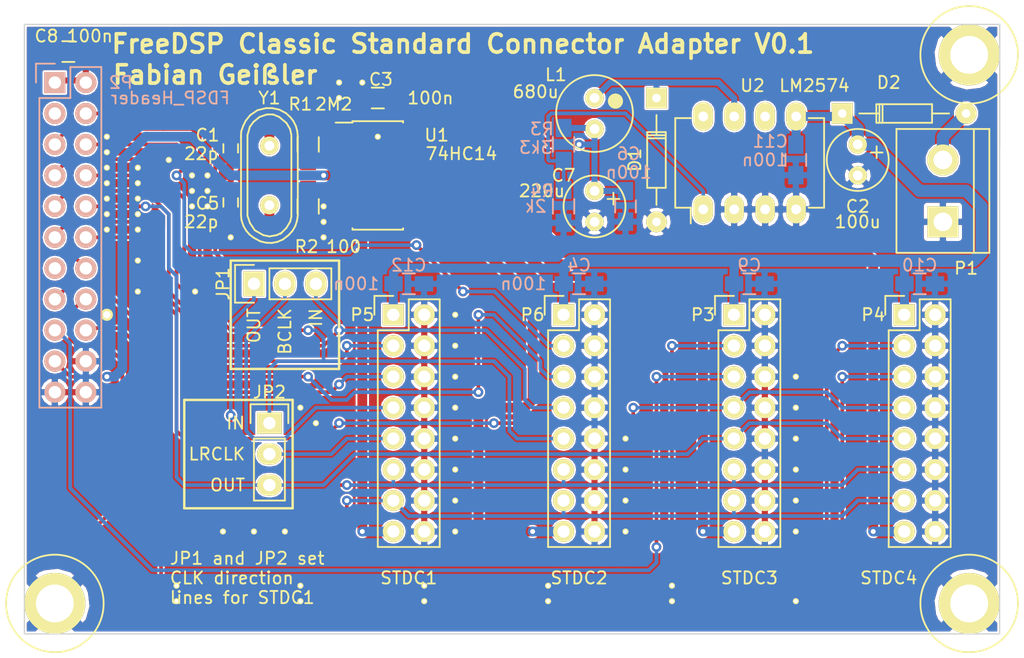
<source format=kicad_pcb>
(kicad_pcb (version 4) (host pcbnew "(2015-07-22 BZR 5980)-product")
  (layers (0 F.Cu signal) (31 B.Cu signal) (34 B.Paste user) (35 F.Paste user) (36 B.SilkS user) (37 F.SilkS user) (38 B.Mask user) (39 F.Mask user) (44 Edge.Cuts user))
  (net 0 "")
  (net 1 GND)
  (net 2 "Net-(C1-Pad2)")
  (net 3 +12V)
  (net 4 "Net-(C5-Pad2)")
  (net 5 "Net-(D1-Pad1)")
  (net 6 /BCLK_OUT)
  (net 7 "Net-(JP1-Pad2)")
  (net 8 /BCLK_IN)
  (net 9 /LRCLK_IN)
  (net 10 "Net-(JP2-Pad2)")
  (net 11 /LRCLK_OUT)
  (net 12 /MDI1)
  (net 13 /MDI0)
  (net 14 /MDO1)
  (net 15 /MDO0)
  (net 16 /SDA)
  (net 17 /MDO3)
  (net 18 /SCL)
  (net 19 /MDI3)
  (net 20 /MDO2)
  (net 21 /MDI2)
  (net 22 /MCLK)
  (net 23 /CLK2)
  (net 24 /CLK3)
  (net 25 /CLK0)
  (net 26 /CLK1)
  (net 27 "Net-(R1-Pad1)")
  (net 28 "Net-(R3-Pad2)")
  (net 29 VCC)
  (net 30 "Net-(D2-Pad2)")
  (module via:VIA_GND (layer F.Cu) (at 154.305 81.915)
    (fp_text reference REF** hide)
    (fp_text value VIA_GND hide)
    (pad 1 thru_hole circle (at 0 0) (size 0.5 0.5) (drill 0.3) (layers *.Cu *.Mask F.SilkS) (net 1 GND))
  )
  (module via:VIA_GND (layer F.Cu) (at 154.305 79.375)
    (fp_text reference REF** hide)
    (fp_text value VIA_GND hide)
    (pad 1 thru_hole circle (at 0 0) (size 0.5 0.5) (drill 0.3) (layers *.Cu *.Mask F.SilkS) (net 1 GND))
  )
  (module via:VIA_GND (layer F.Cu) (at 161.925 77.47)
    (fp_text reference REF** hide)
    (fp_text value VIA_GND hide)
    (pad 1 thru_hole circle (at 0 0) (size 0.5 0.5) (drill 0.3) (layers *.Cu *.Mask F.SilkS) (net 1 GND))
  )
  (module via:VIA_GND (layer F.Cu) (at 173.99 69.215)
    (fp_text reference REF** hide)
    (fp_text value VIA_GND hide)
    (pad 1 thru_hole circle (at 0 0) (size 0.5 0.5) (drill 0.3) (layers *.Cu *.Mask F.SilkS) (net 1 GND))
  )
  (module via:VIA_GND (layer F.Cu) (at 156.845 71.12)
    (fp_text reference REF** hide)
    (fp_text value VIA_GND hide)
    (pad 1 thru_hole circle (at 0 0) (size 0.5 0.5) (drill 0.3) (layers *.Cu *.Mask F.SilkS) (net 1 GND))
  )
  (module via:VIA_GND (layer F.Cu) (at 166.37 101.6)
    (fp_text reference REF** hide)
    (fp_text value VIA_GND hide)
    (pad 1 thru_hole circle (at 0 0) (size 0.5 0.5) (drill 0.3) (layers *.Cu *.Mask F.SilkS) (net 1 GND))
  )
  (module via:VIA_GND (layer F.Cu) (at 163.83 101.6)
    (fp_text reference REF** hide)
    (fp_text value VIA_GND hide)
    (pad 1 thru_hole circle (at 0 0) (size 0.5 0.5) (drill 0.3) (layers *.Cu *.Mask F.SilkS) (net 1 GND))
  )
  (module via:VIA_GND (layer F.Cu) (at 161.29 101.6)
    (fp_text reference REF** hide)
    (fp_text value VIA_GND hide)
    (pad 1 thru_hole circle (at 0 0) (size 0.5 0.5) (drill 0.3) (layers *.Cu *.Mask F.SilkS) (net 1 GND))
  )
  (module via:VIA_GND (layer F.Cu) (at 208.28 93.98)
    (fp_text reference REF** hide)
    (fp_text value VIA_GND hide)
    (pad 1 thru_hole circle (at 0 0) (size 0.5 0.5) (drill 0.3) (layers *.Cu *.Mask F.SilkS) (net 1 GND))
  )
  (module via:VIA_GND (layer F.Cu) (at 180.34 83.82)
    (fp_text reference REF** hide)
    (fp_text value VIA_GND hide)
    (pad 1 thru_hole circle (at 0 0) (size 0.5 0.5) (drill 0.3) (layers *.Cu *.Mask F.SilkS) (net 1 GND))
  )
  (module via:VIA_GND (layer F.Cu) (at 180.34 86.36)
    (fp_text reference REF** hide)
    (fp_text value VIA_GND hide)
    (pad 1 thru_hole circle (at 0 0) (size 0.5 0.5) (drill 0.3) (layers *.Cu *.Mask F.SilkS) (net 1 GND))
  )
  (module via:VIA_GND (layer F.Cu) (at 180.34 88.9)
    (fp_text reference REF** hide)
    (fp_text value VIA_GND hide)
    (pad 1 thru_hole circle (at 0 0) (size 0.5 0.5) (drill 0.3) (layers *.Cu *.Mask F.SilkS) (net 1 GND))
  )
  (module via:VIA_GND (layer F.Cu) (at 180.34 91.44)
    (fp_text reference REF** hide)
    (fp_text value VIA_GND hide)
    (pad 1 thru_hole circle (at 0 0) (size 0.5 0.5) (drill 0.3) (layers *.Cu *.Mask F.SilkS) (net 1 GND))
  )
  (module via:VIA_GND (layer F.Cu) (at 180.34 93.98)
    (fp_text reference REF** hide)
    (fp_text value VIA_GND hide)
    (pad 1 thru_hole circle (at 0 0) (size 0.5 0.5) (drill 0.3) (layers *.Cu *.Mask F.SilkS) (net 1 GND))
  )
  (module via:VIA_GND (layer F.Cu) (at 180.34 96.52)
    (fp_text reference REF** hide)
    (fp_text value VIA_GND hide)
    (pad 1 thru_hole circle (at 0 0) (size 0.5 0.5) (drill 0.3) (layers *.Cu *.Mask F.SilkS) (net 1 GND))
  )
  (module via:VIA_GND (layer F.Cu) (at 180.34 99.06)
    (fp_text reference REF** hide)
    (fp_text value VIA_GND hide)
    (pad 1 thru_hole circle (at 0 0) (size 0.5 0.5) (drill 0.3) (layers *.Cu *.Mask F.SilkS) (net 1 GND))
  )
  (module via:VIA_GND (layer F.Cu) (at 180.34 101.6)
    (fp_text reference REF** hide)
    (fp_text value VIA_GND hide)
    (pad 1 thru_hole circle (at 0 0) (size 0.5 0.5) (drill 0.3) (layers *.Cu *.Mask F.SilkS) (net 1 GND))
  )
  (module via:VIA_GND (layer F.Cu) (at 194.31 93.98)
    (fp_text reference REF** hide)
    (fp_text value VIA_GND hide)
    (pad 1 thru_hole circle (at 0 0) (size 0.5 0.5) (drill 0.3) (layers *.Cu *.Mask F.SilkS) (net 1 GND))
  )
  (module via:VIA_GND (layer F.Cu) (at 194.31 96.52)
    (fp_text reference REF** hide)
    (fp_text value VIA_GND hide)
    (pad 1 thru_hole circle (at 0 0) (size 0.5 0.5) (drill 0.3) (layers *.Cu *.Mask F.SilkS) (net 1 GND))
  )
  (module via:VIA_GND (layer F.Cu) (at 194.31 99.06)
    (fp_text reference REF** hide)
    (fp_text value VIA_GND hide)
    (pad 1 thru_hole circle (at 0 0) (size 0.5 0.5) (drill 0.3) (layers *.Cu *.Mask F.SilkS) (net 1 GND))
  )
  (module via:VIA_GND (layer F.Cu) (at 194.31 101.6)
    (fp_text reference REF** hide)
    (fp_text value VIA_GND hide)
    (pad 1 thru_hole circle (at 0 0) (size 0.5 0.5) (drill 0.3) (layers *.Cu *.Mask F.SilkS) (net 1 GND))
  )
  (module via:VIA_GND (layer F.Cu) (at 208.28 88.9)
    (fp_text reference REF** hide)
    (fp_text value VIA_GND hide)
    (pad 1 thru_hole circle (at 0 0) (size 0.5 0.5) (drill 0.3) (layers *.Cu *.Mask F.SilkS) (net 1 GND))
  )
  (module via:VIA_GND (layer F.Cu) (at 208.28 91.44)
    (fp_text reference REF** hide)
    (fp_text value VIA_GND hide)
    (pad 1 thru_hole circle (at 0 0) (size 0.5 0.5) (drill 0.3) (layers *.Cu *.Mask F.SilkS) (net 1 GND))
  )
  (module via:VIA_GND (layer F.Cu) (at 208.28 96.52)
    (fp_text reference REF** hide)
    (fp_text value VIA_GND hide)
    (pad 1 thru_hole circle (at 0 0) (size 0.5 0.5) (drill 0.3) (layers *.Cu *.Mask F.SilkS) (net 1 GND))
  )
  (module via:VIA_GND (layer F.Cu) (at 208.28 99.06)
    (fp_text reference REF** hide)
    (fp_text value VIA_GND hide)
    (pad 1 thru_hole circle (at 0 0) (size 0.5 0.5) (drill 0.3) (layers *.Cu *.Mask F.SilkS) (net 1 GND))
  )
  (module via:VIA_GND (layer F.Cu) (at 208.28 101.6)
    (fp_text reference REF** hide)
    (fp_text value VIA_GND hide)
    (pad 1 thru_hole circle (at 0 0) (size 0.5 0.5) (drill 0.3) (layers *.Cu *.Mask F.SilkS) (net 1 GND))
  )
  (module via:VIA_GND (layer F.Cu) (at 168.91 92.71)
    (fp_text reference REF** hide)
    (fp_text value VIA_GND hide)
    (pad 1 thru_hole circle (at 0 0) (size 0.5 0.5) (drill 0.3) (layers *.Cu *.Mask F.SilkS) (net 1 GND))
  )
  (module via:VIA_GND (layer F.Cu) (at 167.64 91.44)
    (fp_text reference REF** hide)
    (fp_text value VIA_GND hide)
    (pad 1 thru_hole circle (at 0 0) (size 0.5 0.5) (drill 0.3) (layers *.Cu *.Mask F.SilkS) (net 1 GND))
  )
  (module via:VIA_GND (layer F.Cu) (at 172.72 64.77)
    (fp_text reference REF** hide)
    (fp_text value VIA_GND hide)
    (pad 1 thru_hole circle (at 0 0) (size 0.5 0.5) (drill 0.3) (layers *.Cu *.Mask F.SilkS) (net 1 GND))
  )
  (module via:VIA_GND (layer F.Cu) (at 170.815 64.77)
    (fp_text reference REF** hide)
    (fp_text value VIA_GND hide)
    (pad 1 thru_hole circle (at 0 0) (size 0.5 0.5) (drill 0.3) (layers *.Cu *.Mask F.SilkS) (net 1 GND))
  )
  (module via:VIA_GND (layer F.Cu) (at 170.815 66.04)
    (fp_text reference REF** hide)
    (fp_text value VIA_GND hide)
    (pad 1 thru_hole circle (at 0 0) (size 0.5 0.5) (drill 0.3) (layers *.Cu *.Mask F.SilkS) (net 1 GND))
  )
  (module via:VIA_GND (layer F.Cu) (at 169.545 77.47)
    (fp_text reference REF** hide)
    (fp_text value VIA_GND hide)
    (pad 1 thru_hole circle (at 0 0) (size 0.5 0.5) (drill 0.3) (layers *.Cu *.Mask F.SilkS) (net 1 GND))
  )
  (module via:VIA_GND (layer F.Cu) (at 169.545 74.93)
    (fp_text reference REF** hide)
    (fp_text value VIA_GND hide)
    (pad 1 thru_hole circle (at 0 0) (size 0.5 0.5) (drill 0.3) (layers *.Cu *.Mask F.SilkS) (net 1 GND))
  )
  (module via:VIA_GND (layer F.Cu) (at 169.545 76.2)
    (fp_text reference REF** hide)
    (fp_text value VIA_GND hide)
    (pad 1 thru_hole circle (at 0 0) (size 0.5 0.5) (drill 0.3) (layers *.Cu *.Mask F.SilkS) (net 1 GND))
  )
  (module via:VIA_GND (layer F.Cu) (at 198.12 106.045)
    (fp_text reference REF** hide)
    (fp_text value VIA_GND hide)
    (pad 1 thru_hole circle (at 0 0) (size 0.5 0.5) (drill 0.3) (layers *.Cu *.Mask F.SilkS) (net 1 GND))
  )
  (module via:VIA_GND (layer F.Cu) (at 187.96 106.045)
    (fp_text reference REF** hide)
    (fp_text value VIA_GND hide)
    (pad 1 thru_hole circle (at 0 0) (size 0.5 0.5) (drill 0.3) (layers *.Cu *.Mask F.SilkS) (net 1 GND))
  )
  (module via:VIA_GND (layer F.Cu) (at 177.8 106.045)
    (fp_text reference REF** hide)
    (fp_text value VIA_GND hide)
    (pad 1 thru_hole circle (at 0 0) (size 0.5 0.5) (drill 0.3) (layers *.Cu *.Mask F.SilkS) (net 1 GND))
  )
  (module via:VIA_GND (layer F.Cu) (at 208.28 107.315)
    (fp_text reference REF** hide)
    (fp_text value VIA_GND hide)
    (pad 1 thru_hole circle (at 0 0) (size 0.5 0.5) (drill 0.3) (layers *.Cu *.Mask F.SilkS) (net 1 GND))
  )
  (module via:VIA_GND (layer F.Cu) (at 198.12 107.315)
    (fp_text reference REF** hide)
    (fp_text value VIA_GND hide)
    (pad 1 thru_hole circle (at 0 0) (size 0.5 0.5) (drill 0.3) (layers *.Cu *.Mask F.SilkS) (net 1 GND))
  )
  (module via:VIA_GND (layer F.Cu) (at 187.96 107.315)
    (fp_text reference REF** hide)
    (fp_text value VIA_GND hide)
    (pad 1 thru_hole circle (at 0 0) (size 0.5 0.5) (drill 0.3) (layers *.Cu *.Mask F.SilkS) (net 1 GND))
  )
  (module via:VIA_GND (layer F.Cu) (at 177.8 107.315)
    (fp_text reference REF** hide)
    (fp_text value VIA_GND hide)
    (pad 1 thru_hole circle (at 0 0) (size 0.5 0.5) (drill 0.3) (layers *.Cu *.Mask F.SilkS) (net 1 GND))
  )
  (module via:VIA_GND (layer F.Cu) (at 167.64 107.315)
    (fp_text reference REF** hide)
    (fp_text value VIA_GND hide)
    (pad 1 thru_hole circle (at 0 0) (size 0.5 0.5) (drill 0.3) (layers *.Cu *.Mask F.SilkS) (net 1 GND))
  )
  (module via:VIA_GND (layer F.Cu) (at 167.64 106.045)
    (fp_text reference REF** hide)
    (fp_text value VIA_GND hide)
    (pad 1 thru_hole circle (at 0 0) (size 0.5 0.5) (drill 0.3) (layers *.Cu *.Mask F.SilkS) (net 1 GND))
  )
  (module via:VIA_GND (layer F.Cu) (at 157.48 106.045)
    (fp_text reference REF** hide)
    (fp_text value VIA_GND hide)
    (pad 1 thru_hole circle (at 0 0) (size 0.5 0.5) (drill 0.3) (layers *.Cu *.Mask F.SilkS) (net 1 GND))
  )
  (module via:VIA_GND (layer F.Cu) (at 157.48 107.315)
    (fp_text reference REF** hide)
    (fp_text value VIA_GND hide)
    (pad 1 thru_hole circle (at 0 0) (size 0.5 0.5) (drill 0.3) (layers *.Cu *.Mask F.SilkS) (net 1 GND))
  )
  (module via:VIA_GND (layer F.Cu) (at 151.765 69.215)
    (fp_text reference REF** hide)
    (fp_text value VIA_GND hide)
    (pad 1 thru_hole circle (at 0 0) (size 0.5 0.5) (drill 0.3) (layers *.Cu *.Mask F.SilkS) (net 1 GND))
  )
  (module via:VIA_GND (layer F.Cu) (at 151.765 70.485)
    (fp_text reference REF** hide)
    (fp_text value VIA_GND hide)
    (pad 1 thru_hole circle (at 0 0) (size 0.5 0.5) (drill 0.3) (layers *.Cu *.Mask F.SilkS) (net 1 GND))
  )
  (module via:VIA_GND (layer F.Cu) (at 151.765 76.835)
    (fp_text reference REF** hide)
    (fp_text value VIA_GND hide)
    (pad 1 thru_hole circle (at 0 0) (size 0.5 0.5) (drill 0.3) (layers *.Cu *.Mask F.SilkS) (net 1 GND))
  )
  (module via:VIA_GND (layer F.Cu) (at 151.765 75.565)
    (fp_text reference REF** hide)
    (fp_text value VIA_GND hide)
    (pad 1 thru_hole circle (at 0 0) (size 0.5 0.5) (drill 0.3) (layers *.Cu *.Mask F.SilkS) (net 1 GND))
  )
  (module via:VIA_GND (layer F.Cu) (at 151.765 74.295)
    (fp_text reference REF** hide)
    (fp_text value VIA_GND hide)
    (pad 1 thru_hole circle (at 0 0) (size 0.5 0.5) (drill 0.3) (layers *.Cu *.Mask F.SilkS) (net 1 GND))
  )
  (module via:VIA_GND (layer F.Cu) (at 151.765 73.025)
    (fp_text reference REF** hide)
    (fp_text value VIA_GND hide)
    (pad 1 thru_hole circle (at 0 0) (size 0.5 0.5) (drill 0.3) (layers *.Cu *.Mask F.SilkS) (net 1 GND))
  )
  (module via:VIA_GND (layer F.Cu) (at 151.765 71.755)
    (fp_text reference REF** hide)
    (fp_text value VIA_GND hide)
    (pad 1 thru_hole circle (at 0 0) (size 0.5 0.5) (drill 0.3) (layers *.Cu *.Mask F.SilkS) (net 1 GND))
  )
  (module via:VIA_GND (layer F.Cu) (at 154.305 71.755)
    (fp_text reference REF** hide)
    (fp_text value VIA_GND hide)
    (pad 1 thru_hole circle (at 0 0) (size 0.5 0.5) (drill 0.3) (layers *.Cu *.Mask F.SilkS) (net 1 GND))
  )
  (module via:VIA_GND (layer F.Cu) (at 154.305 73.025)
    (fp_text reference REF** hide)
    (fp_text value VIA_GND hide)
    (pad 1 thru_hole circle (at 0 0) (size 0.5 0.5) (drill 0.3) (layers *.Cu *.Mask F.SilkS) (net 1 GND))
  )
  (module via:VIA_GND (layer F.Cu) (at 154.305 74.295)
    (fp_text reference REF** hide)
    (fp_text value VIA_GND hide)
    (pad 1 thru_hole circle (at 0 0) (size 0.5 0.5) (drill 0.3) (layers *.Cu *.Mask F.SilkS) (net 1 GND))
  )
  (module via:VIA_GND (layer F.Cu) (at 154.305 75.565)
    (fp_text reference REF** hide)
    (fp_text value VIA_GND hide)
    (pad 1 thru_hole circle (at 0 0) (size 0.5 0.5) (drill 0.3) (layers *.Cu *.Mask F.SilkS) (net 1 GND))
  )
  (module via:VIA_GND (layer F.Cu) (at 154.305 76.835)
    (fp_text reference REF** hide)
    (fp_text value VIA_GND hide)
    (pad 1 thru_hole circle (at 0 0) (size 0.5 0.5) (drill 0.3) (layers *.Cu *.Mask F.SilkS) (net 1 GND))
  )
  (module via:VIA_GND (layer F.Cu) (at 159.004 81.915)
    (fp_text reference REF** hide)
    (fp_text value VIA_GND hide)
    (pad 1 thru_hole circle (at 0 0) (size 0.5 0.5) (drill 0.3) (layers *.Cu *.Mask F.SilkS) (net 1 GND))
  )
  (module via:VIA_GND (layer F.Cu) (at 158.75 74.93)
    (fp_text reference REF** hide)
    (fp_text value VIA_GND hide)
    (pad 1 thru_hole circle (at 0 0) (size 0.5 0.5) (drill 0.3) (layers *.Cu *.Mask F.SilkS) (net 1 GND))
  )
  (module via:VIA_GND (layer F.Cu) (at 158.75 73.66)
    (fp_text reference REF** hide)
    (fp_text value VIA_GND hide)
    (pad 1 thru_hole circle (at 0 0) (size 0.5 0.5) (drill 0.3) (layers *.Cu *.Mask F.SilkS) (net 1 GND))
  )
  (module via:VIA_GND (layer F.Cu) (at 158.75 72.39)
    (fp_text reference REF** hide)
    (fp_text value VIA_GND hide)
    (pad 1 thru_hole circle (at 0 0) (size 0.5 0.5) (drill 0.3) (layers *.Cu *.Mask F.SilkS) (net 1 GND))
  )
  (module via:VIA_GND (layer F.Cu) (at 160.02 74.93)
    (fp_text reference REF** hide)
    (fp_text value VIA_GND hide)
    (pad 1 thru_hole circle (at 0 0) (size 0.5 0.5) (drill 0.3) (layers *.Cu *.Mask F.SilkS) (net 1 GND))
  )
  (module via:VIA_GND (layer F.Cu) (at 160.02 73.66)
    (fp_text reference REF** hide)
    (fp_text value VIA_GND hide)
    (pad 1 thru_hole circle (at 0 0) (size 0.5 0.5) (drill 0.3) (layers *.Cu *.Mask F.SilkS) (net 1 GND))
  )
  (module via:VIA_GND (layer F.Cu) (at 160.02 72.39)
    (fp_text reference REF** hide)
    (fp_text value VIA_GND hide)
    (pad 1 thru_hole circle (at 0 0) (size 0.5 0.5) (drill 0.3) (layers *.Cu *.Mask F.SilkS) (net 1 GND))
  )
  (module via:VIA_GND (layer F.Cu) (at 151.765 83.82)
    (fp_text reference REF** hide)
    (fp_text value VIA_GND hide)
    (pad 1 thru_hole circle (at 0 0) (size 1 1) (drill 0.6) (layers *.Cu *.Mask F.SilkS) (net 1 GND))
  )
  (module Connect:1pin (layer F.Cu) (at 222.5 62.5)
    (fp_text reference REF** hide)
    (fp_text value 1pin hide)
    (pad 1 thru_hole circle (at 0 0) (size 5 5) (drill 3.1) (layers *.Cu *.Mask F.SilkS) (net 1 GND))
  )
  (module Connect:1pin (layer F.Cu) (at 222.5 107.5)
    (fp_text reference REF** hide)
    (fp_text value 1pin hide)
    (pad 1 thru_hole circle (at 0 0) (size 5 5) (drill 3.1) (layers *.Cu *.Mask F.SilkS) (net 1 GND))
  )
  (module Capacitors_Elko_ThroughHole:Elko_vert_11x5mm_RM2.5_CopperClear (layer F.Cu) (at 213.36 69.85 270)
    (fp_text reference C2 (at 5.08 0 360) (layer F.SilkS))
    (fp_text value 100u (at 6.35 0 360) (layer F.SilkS))
    (pad 2 thru_hole circle (at 2.54 0 270) (size 1.50114 1.50114) (drill 0.8001) (layers *.Cu *.Mask F.SilkS) (net 1 GND))
    (pad 1 thru_hole circle (at 0 0 270) (size 1.50114 1.50114) (drill 0.8001) (layers *.Cu *.Mask F.SilkS) (net 3 +12V))
  )
  (module Capacitors_SMD:C_0805_HandSoldering (layer F.Cu) (at 173.99 66.04 180)
    (fp_text reference C3 (at -0.254 1.524 180) (layer F.SilkS))
    (fp_text value 100n (at -4.318 0 180) (layer F.SilkS))
    (pad 1 smd rect (at -1.25 0 180) (size 1.5 1.25) (layers F.Cu F.Paste F.Mask) (net 29 VCC))
    (pad 2 smd rect (at 1.25 0 180) (size 1.5 1.25) (layers F.Cu F.Paste F.Mask) (net 1 GND))
  )
  (module Capacitors_SMD:C_0805_HandSoldering (layer B.Cu) (at 190.5 81.28)
    (fp_text reference C4 (at 0 -1.524) (layer B.SilkS) (effects (justify mirror)))
    (fp_text value 100n (at -4.572 0) (layer B.SilkS) (effects (justify mirror)))
    (pad 1 smd rect (at -1.25 0) (size 1.5 1.25) (layers B.Cu B.Paste B.Mask) (net 3 +12V))
    (pad 2 smd rect (at 1.25 0) (size 1.5 1.25) (layers B.Cu B.Paste B.Mask) (net 1 GND))
  )
  (module Capacitors_SMD:C_0805_HandSoldering (layer B.Cu) (at 194.31 74.93 270)
    (fp_text reference C6 (at -4.318 -0.254 360) (layer B.SilkS) (effects (justify mirror)))
    (fp_text value 100n (at -2.794 -0.254 360) (layer B.SilkS) (effects (justify mirror)))
    (pad 1 smd rect (at -1.25 0 270) (size 1.5 1.25) (layers B.Cu B.Paste B.Mask) (net 29 VCC))
    (pad 2 smd rect (at 1.25 0 270) (size 1.5 1.25) (layers B.Cu B.Paste B.Mask) (net 1 GND))
  )
  (module Capacitors_Elko_ThroughHole:Elko_vert_11x5mm_RM2.5_CopperClear (layer F.Cu) (at 191.77 73.66 270)
    (fp_text reference C7 (at -1.27 2.54 360) (layer F.SilkS))
    (fp_text value 220u (at 0 4.318 360) (layer F.SilkS))
    (pad 2 thru_hole circle (at 2.54 0 270) (size 1.50114 1.50114) (drill 0.8001) (layers *.Cu *.Mask F.SilkS) (net 1 GND))
    (pad 1 thru_hole circle (at 0 0 270) (size 1.50114 1.50114) (drill 0.8001) (layers *.Cu *.Mask F.SilkS) (net 29 VCC))
  )
  (module Capacitors_SMD:C_0805_HandSoldering (layer F.Cu) (at 148.61 62.23 180)
    (fp_text reference C8 (at 1.798 1.27 180) (layer F.SilkS))
    (fp_text value 100n (at -1.758 1.27 180) (layer F.SilkS))
    (pad 1 smd rect (at -1.25 0 180) (size 1.5 1.25) (layers F.Cu F.Paste F.Mask) (net 29 VCC))
    (pad 2 smd rect (at 1.25 0 180) (size 1.5 1.25) (layers F.Cu F.Paste F.Mask) (net 1 GND))
  )
  (module Capacitors_SMD:C_0805_HandSoldering (layer B.Cu) (at 204.47 81.28)
    (fp_text reference C9 (at 0 -1.524) (layer B.SilkS) (effects (justify mirror)))
    (fp_text value 100n)
    (pad 1 smd rect (at -1.25 0) (size 1.5 1.25) (layers B.Cu B.Paste B.Mask) (net 3 +12V))
    (pad 2 smd rect (at 1.25 0) (size 1.5 1.25) (layers B.Cu B.Paste B.Mask) (net 1 GND))
  )
  (module Capacitors_SMD:C_0805_HandSoldering (layer B.Cu) (at 218.44 81.28)
    (fp_text reference C10 (at 0 -1.524) (layer B.SilkS) (effects (justify mirror)))
    (fp_text value 100n)
    (pad 1 smd rect (at -1.25 0) (size 1.5 1.25) (layers B.Cu B.Paste B.Mask) (net 3 +12V))
    (pad 2 smd rect (at 1.25 0) (size 1.5 1.25) (layers B.Cu B.Paste B.Mask) (net 1 GND))
  )
  (module Capacitors_SMD:C_0805_HandSoldering (layer B.Cu) (at 208.28 71.12 270)
    (fp_text reference C11 (at -1.524 2.1 360) (layer B.SilkS) (effects (justify mirror)))
    (fp_text value 100n (at 0 2.54 360) (layer B.SilkS) (effects (justify mirror)))
    (pad 1 smd rect (at -1.25 0 270) (size 1.5 1.25) (layers B.Cu B.Paste B.Mask) (net 3 +12V))
    (pad 2 smd rect (at 1.25 0 270) (size 1.5 1.25) (layers B.Cu B.Paste B.Mask) (net 1 GND))
  )
  (module Capacitors_SMD:C_0805_HandSoldering (layer B.Cu) (at 176.53 81.28)
    (fp_text reference C12 (at 0 -1.524) (layer B.SilkS) (effects (justify mirror)))
    (fp_text value 100n (at -4.318 0) (layer B.SilkS) (effects (justify mirror)))
    (pad 1 smd rect (at -1.25 0) (size 1.5 1.25) (layers B.Cu B.Paste B.Mask) (net 3 +12V))
    (pad 2 smd rect (at 1.25 0) (size 1.5 1.25) (layers B.Cu B.Paste B.Mask) (net 1 GND))
  )
  (module Diodes_ThroughHole:Diode_DO-35_SOD27_Horizontal_RM10 (layer F.Cu) (at 196.84746 66.03948 270)
    (fp_text reference D1 (at 5.08052 1.77546 270) (layer F.SilkS))
    (fp_text value D_Schottky hide)
    (pad 2 thru_hole circle (at 10.16052 -0.00254 90) (size 1.69926 1.69926) (drill 0.70104) (layers *.Cu *.Mask F.SilkS) (net 1 GND))
    (pad 1 thru_hole rect (at 0.00052 -0.00254 90) (size 1.69926 1.69926) (drill 0.70104) (layers *.Cu *.Mask F.SilkS) (net 5 "Net-(D1-Pad1)"))
  )
  (module Pin_Headers:Pin_Header_Straight_1x03 (layer F.Cu) (at 163.83 81.28 90)
    (fp_text reference JP1 (at 0 -2.54 90) (layer F.SilkS))
    (fp_text value JUMPER3 hide)
    (pad 1 thru_hole rect (at 0 0 90) (size 2.032 1.7272) (drill 1.016) (layers *.Cu *.Mask F.SilkS) (net 6 /BCLK_OUT))
    (pad 2 thru_hole oval (at 0 2.54 90) (size 2.032 1.7272) (drill 1.016) (layers *.Cu *.Mask F.SilkS) (net 7 "Net-(JP1-Pad2)"))
    (pad 3 thru_hole oval (at 0 5.08 90) (size 2.032 1.7272) (drill 1.016) (layers *.Cu *.Mask F.SilkS) (net 8 /BCLK_IN))
  )
  (module Pin_Headers:Pin_Header_Straight_1x03 (layer F.Cu) (at 165.1 92.71)
    (fp_text reference JP2 (at 0 -2.54) (layer F.SilkS))
    (fp_text value JUMPER3 hide)
    (pad 1 thru_hole rect (at 0 0) (size 2.032 1.7272) (drill 1.016) (layers *.Cu *.Mask F.SilkS) (net 9 /LRCLK_IN))
    (pad 2 thru_hole oval (at 0 2.54) (size 2.032 1.7272) (drill 1.016) (layers *.Cu *.Mask F.SilkS) (net 10 "Net-(JP2-Pad2)"))
    (pad 3 thru_hole oval (at 0 5.08) (size 2.032 1.7272) (drill 1.016) (layers *.Cu *.Mask F.SilkS) (net 11 /LRCLK_OUT))
  )
  (module Capacitors_Elko_ThroughHole:Elko_vert_11.2x6.3mm_RM2.5_CopperClear (layer F.Cu) (at 191.77 66.04 270)
    (fp_text reference L1 (at -1.905 3.175 360) (layer F.SilkS))
    (fp_text value 680u (at -0.508 4.826 360) (layer F.SilkS))
    (pad 2 thru_hole circle (at 2.54 0 270) (size 1.50114 1.50114) (drill 0.8001) (layers *.Cu *.Mask F.SilkS) (net 29 VCC))
    (pad 1 thru_hole circle (at 0 0 270) (size 1.50114 1.50114) (drill 0.8001) (layers *.Cu *.Mask F.SilkS) (net 5 "Net-(D1-Pad1)"))
  )
  (module Connect:bornier2 (layer F.Cu) (at 220.345 73.66 90)
    (fp_text reference P1 (at -6.35 1.905 180) (layer F.SilkS))
    (fp_text value CONN_01X02 hide)
    (pad 1 thru_hole rect (at -2.54 0 90) (size 2.54 2.54) (drill 1.524) (layers *.Cu *.Mask F.SilkS) (net 1 GND))
    (pad 2 thru_hole circle (at 2.54 0 90) (size 2.54 2.54) (drill 1.524) (layers *.Cu *.Mask F.SilkS) (net 30 "Net-(D2-Pad2)"))
  )
  (module Socket_Strips:Socket_Strip_Straight_2x11 (layer B.Cu) (at 147.5 64.77 270)
    (fp_text reference P2 (at 0 -5.408 360) (layer B.SilkS) (effects (justify mirror)))
    (fp_text value FDSP_Header (at 1.27 -9.472 360) (layer B.SilkS) (effects (justify mirror)))
    (pad 1 thru_hole rect (at 0 0 270) (size 1.7272 1.7272) (drill 1.016) (layers *.Cu *.Mask B.SilkS) (net 29 VCC))
    (pad 2 thru_hole oval (at 0 -2.54 270) (size 1.7272 1.7272) (drill 1.016) (layers *.Cu *.Mask B.SilkS) (net 29 VCC))
    (pad 3 thru_hole oval (at 2.54 0 270) (size 1.7272 1.7272) (drill 1.016) (layers *.Cu *.Mask B.SilkS))
    (pad 4 thru_hole oval (at 2.54 -2.54 270) (size 1.7272 1.7272) (drill 1.016) (layers *.Cu *.Mask B.SilkS) (net 9 /LRCLK_IN))
    (pad 5 thru_hole oval (at 5.08 0 270) (size 1.7272 1.7272) (drill 1.016) (layers *.Cu *.Mask B.SilkS) (net 8 /BCLK_IN))
    (pad 6 thru_hole oval (at 5.08 -2.54 270) (size 1.7272 1.7272) (drill 1.016) (layers *.Cu *.Mask B.SilkS) (net 12 /MDI1))
    (pad 7 thru_hole oval (at 7.62 0 270) (size 1.7272 1.7272) (drill 1.016) (layers *.Cu *.Mask B.SilkS) (net 13 /MDI0))
    (pad 8 thru_hole oval (at 7.62 -2.54 270) (size 1.7272 1.7272) (drill 1.016) (layers *.Cu *.Mask B.SilkS) (net 14 /MDO1))
    (pad 9 thru_hole oval (at 10.16 0 270) (size 1.7272 1.7272) (drill 1.016) (layers *.Cu *.Mask B.SilkS) (net 15 /MDO0))
    (pad 10 thru_hole oval (at 10.16 -2.54 270) (size 1.7272 1.7272) (drill 1.016) (layers *.Cu *.Mask B.SilkS) (net 11 /LRCLK_OUT))
    (pad 11 thru_hole oval (at 12.7 0 270) (size 1.7272 1.7272) (drill 1.016) (layers *.Cu *.Mask B.SilkS) (net 6 /BCLK_OUT))
    (pad 12 thru_hole oval (at 12.7 -2.54 270) (size 1.7272 1.7272) (drill 1.016) (layers *.Cu *.Mask B.SilkS) (net 16 /SDA))
    (pad 13 thru_hole oval (at 15.24 0 270) (size 1.7272 1.7272) (drill 1.016) (layers *.Cu *.Mask B.SilkS))
    (pad 14 thru_hole oval (at 15.24 -2.54 270) (size 1.7272 1.7272) (drill 1.016) (layers *.Cu *.Mask B.SilkS) (net 17 /MDO3))
    (pad 15 thru_hole oval (at 17.78 0 270) (size 1.7272 1.7272) (drill 1.016) (layers *.Cu *.Mask B.SilkS) (net 18 /SCL))
    (pad 16 thru_hole oval (at 17.78 -2.54 270) (size 1.7272 1.7272) (drill 1.016) (layers *.Cu *.Mask B.SilkS) (net 19 /MDI3))
    (pad 17 thru_hole oval (at 20.32 0 270) (size 1.7272 1.7272) (drill 1.016) (layers *.Cu *.Mask B.SilkS) (net 20 /MDO2))
    (pad 18 thru_hole oval (at 20.32 -2.54 270) (size 1.7272 1.7272) (drill 1.016) (layers *.Cu *.Mask B.SilkS) (net 21 /MDI2))
    (pad 19 thru_hole oval (at 22.86 0 270) (size 1.7272 1.7272) (drill 1.016) (layers *.Cu *.Mask B.SilkS) (net 22 /MCLK))
    (pad 20 thru_hole oval (at 22.86 -2.54 270) (size 1.7272 1.7272) (drill 1.016) (layers *.Cu *.Mask B.SilkS) (net 1 GND))
    (pad 21 thru_hole oval (at 25.4 0 270) (size 1.7272 1.7272) (drill 1.016) (layers *.Cu *.Mask B.SilkS) (net 1 GND))
    (pad 22 thru_hole oval (at 25.4 -2.54 270) (size 1.7272 1.7272) (drill 1.016) (layers *.Cu *.Mask B.SilkS) (net 1 GND))
  )
  (module Pin_Headers:Pin_Header_Straight_2x08 (layer F.Cu) (at 203.2 83.82)
    (fp_text reference P3 (at -2.54 0) (layer F.SilkS))
    (fp_text value StdConn_ClkOut hide)
    (pad 1 thru_hole rect (at 0 0) (size 1.7272 1.7272) (drill 1.016) (layers *.Cu *.Mask F.SilkS) (net 3 +12V))
    (pad 2 thru_hole oval (at 2.54 0) (size 1.7272 1.7272) (drill 1.016) (layers *.Cu *.Mask F.SilkS) (net 1 GND))
    (pad 3 thru_hole oval (at 0 2.54) (size 1.7272 1.7272) (drill 1.016) (layers *.Cu *.Mask F.SilkS) (net 21 /MDI2))
    (pad 4 thru_hole oval (at 2.54 2.54) (size 1.7272 1.7272) (drill 1.016) (layers *.Cu *.Mask F.SilkS) (net 1 GND))
    (pad 5 thru_hole oval (at 0 5.08) (size 1.7272 1.7272) (drill 1.016) (layers *.Cu *.Mask F.SilkS) (net 20 /MDO2))
    (pad 6 thru_hole oval (at 2.54 5.08) (size 1.7272 1.7272) (drill 1.016) (layers *.Cu *.Mask F.SilkS) (net 1 GND))
    (pad 7 thru_hole oval (at 0 7.62) (size 1.7272 1.7272) (drill 1.016) (layers *.Cu *.Mask F.SilkS) (net 6 /BCLK_OUT))
    (pad 8 thru_hole oval (at 2.54 7.62) (size 1.7272 1.7272) (drill 1.016) (layers *.Cu *.Mask F.SilkS) (net 1 GND))
    (pad 9 thru_hole oval (at 0 10.16) (size 1.7272 1.7272) (drill 1.016) (layers *.Cu *.Mask F.SilkS) (net 11 /LRCLK_OUT))
    (pad 10 thru_hole oval (at 2.54 10.16) (size 1.7272 1.7272) (drill 1.016) (layers *.Cu *.Mask F.SilkS) (net 1 GND))
    (pad 11 thru_hole oval (at 0 12.7) (size 1.7272 1.7272) (drill 1.016) (layers *.Cu *.Mask F.SilkS) (net 16 /SDA))
    (pad 12 thru_hole oval (at 2.54 12.7) (size 1.7272 1.7272) (drill 1.016) (layers *.Cu *.Mask F.SilkS) (net 1 GND))
    (pad 13 thru_hole oval (at 0 15.24) (size 1.7272 1.7272) (drill 1.016) (layers *.Cu *.Mask F.SilkS) (net 18 /SCL))
    (pad 14 thru_hole oval (at 2.54 15.24) (size 1.7272 1.7272) (drill 1.016) (layers *.Cu *.Mask F.SilkS) (net 1 GND))
    (pad 15 thru_hole oval (at 0 17.78) (size 1.7272 1.7272) (drill 1.016) (layers *.Cu *.Mask F.SilkS) (net 23 /CLK2))
    (pad 16 thru_hole oval (at 2.54 17.78) (size 1.7272 1.7272) (drill 1.016) (layers *.Cu *.Mask F.SilkS) (net 1 GND))
  )
  (module Pin_Headers:Pin_Header_Straight_2x08 (layer F.Cu) (at 217.17 83.82)
    (fp_text reference P4 (at -2.54 0) (layer F.SilkS))
    (fp_text value StsConn_ClkOut hide)
    (pad 1 thru_hole rect (at 0 0) (size 1.7272 1.7272) (drill 1.016) (layers *.Cu *.Mask F.SilkS) (net 3 +12V))
    (pad 2 thru_hole oval (at 2.54 0) (size 1.7272 1.7272) (drill 1.016) (layers *.Cu *.Mask F.SilkS) (net 1 GND))
    (pad 3 thru_hole oval (at 0 2.54) (size 1.7272 1.7272) (drill 1.016) (layers *.Cu *.Mask F.SilkS) (net 19 /MDI3))
    (pad 4 thru_hole oval (at 2.54 2.54) (size 1.7272 1.7272) (drill 1.016) (layers *.Cu *.Mask F.SilkS) (net 1 GND))
    (pad 5 thru_hole oval (at 0 5.08) (size 1.7272 1.7272) (drill 1.016) (layers *.Cu *.Mask F.SilkS) (net 17 /MDO3))
    (pad 6 thru_hole oval (at 2.54 5.08) (size 1.7272 1.7272) (drill 1.016) (layers *.Cu *.Mask F.SilkS) (net 1 GND))
    (pad 7 thru_hole oval (at 0 7.62) (size 1.7272 1.7272) (drill 1.016) (layers *.Cu *.Mask F.SilkS) (net 6 /BCLK_OUT))
    (pad 8 thru_hole oval (at 2.54 7.62) (size 1.7272 1.7272) (drill 1.016) (layers *.Cu *.Mask F.SilkS) (net 1 GND))
    (pad 9 thru_hole oval (at 0 10.16) (size 1.7272 1.7272) (drill 1.016) (layers *.Cu *.Mask F.SilkS) (net 11 /LRCLK_OUT))
    (pad 10 thru_hole oval (at 2.54 10.16) (size 1.7272 1.7272) (drill 1.016) (layers *.Cu *.Mask F.SilkS) (net 1 GND))
    (pad 11 thru_hole oval (at 0 12.7) (size 1.7272 1.7272) (drill 1.016) (layers *.Cu *.Mask F.SilkS) (net 16 /SDA))
    (pad 12 thru_hole oval (at 2.54 12.7) (size 1.7272 1.7272) (drill 1.016) (layers *.Cu *.Mask F.SilkS) (net 1 GND))
    (pad 13 thru_hole oval (at 0 15.24) (size 1.7272 1.7272) (drill 1.016) (layers *.Cu *.Mask F.SilkS) (net 18 /SCL))
    (pad 14 thru_hole oval (at 2.54 15.24) (size 1.7272 1.7272) (drill 1.016) (layers *.Cu *.Mask F.SilkS) (net 1 GND))
    (pad 15 thru_hole oval (at 0 17.78) (size 1.7272 1.7272) (drill 1.016) (layers *.Cu *.Mask F.SilkS) (net 24 /CLK3))
    (pad 16 thru_hole oval (at 2.54 17.78) (size 1.7272 1.7272) (drill 1.016) (layers *.Cu *.Mask F.SilkS) (net 1 GND))
  )
  (module Pin_Headers:Pin_Header_Straight_2x08 (layer F.Cu) (at 175.26 83.82)
    (fp_text reference P5 (at -2.54 0) (layer F.SilkS))
    (fp_text value StdConn_ClkVar hide)
    (pad 1 thru_hole rect (at 0 0) (size 1.7272 1.7272) (drill 1.016) (layers *.Cu *.Mask F.SilkS) (net 3 +12V))
    (pad 2 thru_hole oval (at 2.54 0) (size 1.7272 1.7272) (drill 1.016) (layers *.Cu *.Mask F.SilkS) (net 1 GND))
    (pad 3 thru_hole oval (at 0 2.54) (size 1.7272 1.7272) (drill 1.016) (layers *.Cu *.Mask F.SilkS) (net 13 /MDI0))
    (pad 4 thru_hole oval (at 2.54 2.54) (size 1.7272 1.7272) (drill 1.016) (layers *.Cu *.Mask F.SilkS) (net 1 GND))
    (pad 5 thru_hole oval (at 0 5.08) (size 1.7272 1.7272) (drill 1.016) (layers *.Cu *.Mask F.SilkS) (net 15 /MDO0))
    (pad 6 thru_hole oval (at 2.54 5.08) (size 1.7272 1.7272) (drill 1.016) (layers *.Cu *.Mask F.SilkS) (net 1 GND))
    (pad 7 thru_hole oval (at 0 7.62) (size 1.7272 1.7272) (drill 1.016) (layers *.Cu *.Mask F.SilkS) (net 7 "Net-(JP1-Pad2)"))
    (pad 8 thru_hole oval (at 2.54 7.62) (size 1.7272 1.7272) (drill 1.016) (layers *.Cu *.Mask F.SilkS) (net 1 GND))
    (pad 9 thru_hole oval (at 0 10.16) (size 1.7272 1.7272) (drill 1.016) (layers *.Cu *.Mask F.SilkS) (net 10 "Net-(JP2-Pad2)"))
    (pad 10 thru_hole oval (at 2.54 10.16) (size 1.7272 1.7272) (drill 1.016) (layers *.Cu *.Mask F.SilkS) (net 1 GND))
    (pad 11 thru_hole oval (at 0 12.7) (size 1.7272 1.7272) (drill 1.016) (layers *.Cu *.Mask F.SilkS) (net 16 /SDA))
    (pad 12 thru_hole oval (at 2.54 12.7) (size 1.7272 1.7272) (drill 1.016) (layers *.Cu *.Mask F.SilkS) (net 1 GND))
    (pad 13 thru_hole oval (at 0 15.24) (size 1.7272 1.7272) (drill 1.016) (layers *.Cu *.Mask F.SilkS) (net 18 /SCL))
    (pad 14 thru_hole oval (at 2.54 15.24) (size 1.7272 1.7272) (drill 1.016) (layers *.Cu *.Mask F.SilkS) (net 1 GND))
    (pad 15 thru_hole oval (at 0 17.78) (size 1.7272 1.7272) (drill 1.016) (layers *.Cu *.Mask F.SilkS) (net 25 /CLK0))
    (pad 16 thru_hole oval (at 2.54 17.78) (size 1.7272 1.7272) (drill 1.016) (layers *.Cu *.Mask F.SilkS) (net 1 GND))
  )
  (module Pin_Headers:Pin_Header_Straight_2x08 (layer F.Cu) (at 189.23 83.82)
    (fp_text reference P6 (at -2.54 0) (layer F.SilkS))
    (fp_text value StdConn_ClkIn hide)
    (pad 1 thru_hole rect (at 0 0) (size 1.7272 1.7272) (drill 1.016) (layers *.Cu *.Mask F.SilkS) (net 3 +12V))
    (pad 2 thru_hole oval (at 2.54 0) (size 1.7272 1.7272) (drill 1.016) (layers *.Cu *.Mask F.SilkS) (net 1 GND))
    (pad 3 thru_hole oval (at 0 2.54) (size 1.7272 1.7272) (drill 1.016) (layers *.Cu *.Mask F.SilkS) (net 12 /MDI1))
    (pad 4 thru_hole oval (at 2.54 2.54) (size 1.7272 1.7272) (drill 1.016) (layers *.Cu *.Mask F.SilkS) (net 1 GND))
    (pad 5 thru_hole oval (at 0 5.08) (size 1.7272 1.7272) (drill 1.016) (layers *.Cu *.Mask F.SilkS) (net 14 /MDO1))
    (pad 6 thru_hole oval (at 2.54 5.08) (size 1.7272 1.7272) (drill 1.016) (layers *.Cu *.Mask F.SilkS) (net 1 GND))
    (pad 7 thru_hole oval (at 0 7.62) (size 1.7272 1.7272) (drill 1.016) (layers *.Cu *.Mask F.SilkS) (net 8 /BCLK_IN))
    (pad 8 thru_hole oval (at 2.54 7.62) (size 1.7272 1.7272) (drill 1.016) (layers *.Cu *.Mask F.SilkS) (net 1 GND))
    (pad 9 thru_hole oval (at 0 10.16) (size 1.7272 1.7272) (drill 1.016) (layers *.Cu *.Mask F.SilkS) (net 9 /LRCLK_IN))
    (pad 10 thru_hole oval (at 2.54 10.16) (size 1.7272 1.7272) (drill 1.016) (layers *.Cu *.Mask F.SilkS) (net 1 GND))
    (pad 11 thru_hole oval (at 0 12.7) (size 1.7272 1.7272) (drill 1.016) (layers *.Cu *.Mask F.SilkS) (net 16 /SDA))
    (pad 12 thru_hole oval (at 2.54 12.7) (size 1.7272 1.7272) (drill 1.016) (layers *.Cu *.Mask F.SilkS) (net 1 GND))
    (pad 13 thru_hole oval (at 0 15.24) (size 1.7272 1.7272) (drill 1.016) (layers *.Cu *.Mask F.SilkS) (net 18 /SCL))
    (pad 14 thru_hole oval (at 2.54 15.24) (size 1.7272 1.7272) (drill 1.016) (layers *.Cu *.Mask F.SilkS) (net 1 GND))
    (pad 15 thru_hole oval (at 0 17.78) (size 1.7272 1.7272) (drill 1.016) (layers *.Cu *.Mask F.SilkS) (net 26 /CLK1))
    (pad 16 thru_hole oval (at 2.54 17.78) (size 1.7272 1.7272) (drill 1.016) (layers *.Cu *.Mask F.SilkS) (net 1 GND))
  )
  (module Resistors_SMD:R_0805_HandSoldering (layer F.Cu) (at 168.275 69.85 90)
    (fp_text reference R1 (at 3.302 -0.635 180) (layer F.SilkS))
    (fp_text value 2M2 (at 3.302 2.1 180) (layer F.SilkS))
    (pad 1 smd rect (at -1.35 0 90) (size 1.5 1.3) (layers F.Cu F.Paste F.Mask) (net 27 "Net-(R1-Pad1)"))
    (pad 2 smd rect (at 1.35 0 90) (size 1.5 1.3) (layers F.Cu F.Paste F.Mask) (net 2 "Net-(C1-Pad2)"))
  )
  (module Resistors_SMD:R_0805_HandSoldering (layer F.Cu) (at 168.275 74.93 270)
    (fp_text reference R2 (at 3.302 0.127 360) (layer F.SilkS))
    (fp_text value 100 (at 3.302 -2.921 360) (layer F.SilkS))
    (pad 1 smd rect (at -1.35 0 270) (size 1.5 1.3) (layers F.Cu F.Paste F.Mask) (net 27 "Net-(R1-Pad1)"))
    (pad 2 smd rect (at 1.35 0 270) (size 1.5 1.3) (layers F.Cu F.Paste F.Mask) (net 4 "Net-(C5-Pad2)"))
  )
  (module Resistors_SMD:R_0805_HandSoldering (layer B.Cu) (at 189.23 69.85 270)
    (fp_text reference R3 (at -1.27 1.778 360) (layer B.SilkS) (effects (justify mirror)))
    (fp_text value 3k3 (at 0.254 2.286 360) (layer B.SilkS) (effects (justify mirror)))
    (pad 1 smd rect (at -1.35 0 270) (size 1.5 1.3) (layers B.Cu B.Paste B.Mask) (net 29 VCC))
    (pad 2 smd rect (at 1.35 0 270) (size 1.5 1.3) (layers B.Cu B.Paste B.Mask) (net 28 "Net-(R3-Pad2)"))
  )
  (module Resistors_SMD:R_0805_HandSoldering (layer B.Cu) (at 189.23 74.93 270)
    (fp_text reference R4 (at -1.27 1.778 360) (layer B.SilkS) (effects (justify mirror)))
    (fp_text value 2k (at 0 2.286 360) (layer B.SilkS) (effects (justify mirror)))
    (pad 1 smd rect (at -1.35 0 270) (size 1.5 1.3) (layers B.Cu B.Paste B.Mask) (net 28 "Net-(R3-Pad2)"))
    (pad 2 smd rect (at 1.35 0 270) (size 1.5 1.3) (layers B.Cu B.Paste B.Mask) (net 1 GND))
  )
  (module Housings_SOIC:SOIC-14_3.9x8.7mm_Pitch1.27mm (layer F.Cu) (at 173.99 72.39)
    (fp_text reference U1 (at 4.826 -3.302) (layer F.SilkS))
    (fp_text value 74HC14 (at 6.858 -1.778) (layer F.SilkS))
    (pad 1 smd rect (at -2.7 -3.81) (size 1.5 0.6) (layers F.Cu F.Paste F.Mask) (net 2 "Net-(C1-Pad2)"))
    (pad 2 smd rect (at -2.7 -2.54) (size 1.5 0.6) (layers F.Cu F.Paste F.Mask) (net 27 "Net-(R1-Pad1)"))
    (pad 3 smd rect (at -2.7 -1.27) (size 1.5 0.6) (layers F.Cu F.Paste F.Mask) (net 27 "Net-(R1-Pad1)"))
    (pad 4 smd rect (at -2.7 0) (size 1.5 0.6) (layers F.Cu F.Paste F.Mask) (net 22 /MCLK))
    (pad 5 smd rect (at -2.7 1.27) (size 1.5 0.6) (layers F.Cu F.Paste F.Mask) (net 27 "Net-(R1-Pad1)"))
    (pad 6 smd rect (at -2.7 2.54) (size 1.5 0.6) (layers F.Cu F.Paste F.Mask) (net 25 /CLK0))
    (pad 7 smd rect (at -2.7 3.81) (size 1.5 0.6) (layers F.Cu F.Paste F.Mask) (net 1 GND))
    (pad 8 smd rect (at 2.7 3.81) (size 1.5 0.6) (layers F.Cu F.Paste F.Mask) (net 26 /CLK1))
    (pad 9 smd rect (at 2.7 2.54) (size 1.5 0.6) (layers F.Cu F.Paste F.Mask) (net 27 "Net-(R1-Pad1)"))
    (pad 10 smd rect (at 2.7 1.27) (size 1.5 0.6) (layers F.Cu F.Paste F.Mask) (net 23 /CLK2))
    (pad 11 smd rect (at 2.7 0) (size 1.5 0.6) (layers F.Cu F.Paste F.Mask) (net 27 "Net-(R1-Pad1)"))
    (pad 12 smd rect (at 2.7 -1.27) (size 1.5 0.6) (layers F.Cu F.Paste F.Mask) (net 24 /CLK3))
    (pad 13 smd rect (at 2.7 -2.54) (size 1.5 0.6) (layers F.Cu F.Paste F.Mask) (net 27 "Net-(R1-Pad1)"))
    (pad 14 smd rect (at 2.7 -3.81) (size 1.5 0.6) (layers F.Cu F.Paste F.Mask) (net 29 VCC))
  )
  (module Housings_DIP:DIP-8_W7.62mm_LongPads (layer F.Cu) (at 200.685 75.174048 90)
    (fp_text reference U2 (at 10.150048 4.039 180) (layer F.SilkS))
    (fp_text value LM2574 (at 10.150048 9.119 180) (layer F.SilkS))
    (pad 1 thru_hole oval (at 0 0 90) (size 2.3 1.6) (drill 0.8) (layers *.Cu *.Mask F.SilkS) (net 28 "Net-(R3-Pad2)"))
    (pad 2 thru_hole oval (at 0 2.54 90) (size 2.3 1.6) (drill 0.8) (layers *.Cu *.Mask F.SilkS) (net 1 GND))
    (pad 3 thru_hole oval (at 0 5.08 90) (size 2.3 1.6) (drill 0.8) (layers *.Cu *.Mask F.SilkS) (net 1 GND))
    (pad 4 thru_hole oval (at 0 7.62 90) (size 2.3 1.6) (drill 0.8) (layers *.Cu *.Mask F.SilkS) (net 1 GND))
    (pad 5 thru_hole oval (at 7.62 7.62 90) (size 2.3 1.6) (drill 0.8) (layers *.Cu *.Mask F.SilkS) (net 3 +12V))
    (pad 6 thru_hole oval (at 7.62 5.08 90) (size 2.3 1.6) (drill 0.8) (layers *.Cu *.Mask F.SilkS))
    (pad 7 thru_hole oval (at 7.62 2.54 90) (size 2.3 1.6) (drill 0.8) (layers *.Cu *.Mask F.SilkS) (net 5 "Net-(D1-Pad1)"))
    (pad 8 thru_hole oval (at 7.62 0 90) (size 2.3 1.6) (drill 0.8) (layers *.Cu *.Mask F.SilkS))
  )
  (module Crystals:Crystal_HC49-U_Vertical (layer F.Cu) (at 165.1 72.39 270)
    (fp_text reference Y1 (at -6.35 0 360) (layer F.SilkS))
    (fp_text value 12.288MHz hide)
    (pad 1 thru_hole circle (at -2.44094 0 270) (size 1.50114 1.50114) (drill 0.8001) (layers *.Cu *.Mask F.SilkS) (net 2 "Net-(C1-Pad2)"))
    (pad 2 thru_hole circle (at 2.44094 0 270) (size 1.50114 1.50114) (drill 0.8001) (layers *.Cu *.Mask F.SilkS) (net 4 "Net-(C5-Pad2)"))
  )
  (module Capacitors_SMD:C_0603_HandSoldering (layer F.Cu) (at 161.925 74.61 270)
    (fp_text reference C5 (at 0.066 1.905 360) (layer F.SilkS))
    (fp_text value 22p (at 1.59 2.413 360) (layer F.SilkS))
    (pad 1 smd rect (at -0.95 0 270) (size 1.2 0.75) (layers F.Cu F.Paste F.Mask) (net 1 GND))
    (pad 2 smd rect (at 0.95 0 270) (size 1.2 0.75) (layers F.Cu F.Paste F.Mask) (net 4 "Net-(C5-Pad2)"))
  )
  (module Capacitors_SMD:C_0603_HandSoldering (layer F.Cu) (at 161.925 70.17 90)
    (fp_text reference C1 (at 1.082 -1.9 180) (layer F.SilkS))
    (fp_text value 22p (at -0.442 -2.413 180) (layer F.SilkS))
    (pad 1 smd rect (at -0.95 0 90) (size 1.2 0.75) (layers F.Cu F.Paste F.Mask) (net 1 GND))
    (pad 2 smd rect (at 0.95 0 90) (size 1.2 0.75) (layers F.Cu F.Paste F.Mask) (net 2 "Net-(C1-Pad2)"))
  )
  (module Connect:1pin (layer F.Cu) (at 147.5 107.5)
    (fp_text reference REF** hide)
    (fp_text value 1pin hide)
    (pad 1 thru_hole circle (at 0 0) (size 5 5) (drill 3.1) (layers *.Cu *.Mask F.SilkS) (net 1 GND))
  )
  (module Diodes_ThroughHole:Diode_DO-35_SOD27_Horizontal_RM10 (layer F.Cu) (at 212.08948 67.31254)
    (fp_text reference D2 (at 3.81052 -2.54254) (layer F.SilkS))
    (fp_text value D_Schottky hide)
    (pad 2 thru_hole circle (at 10.16052 -0.00254 180) (size 1.69926 1.69926) (drill 0.70104) (layers *.Cu *.Mask F.SilkS) (net 30 "Net-(D2-Pad2)"))
    (pad 1 thru_hole rect (at 0.00052 -0.00254 180) (size 1.69926 1.69926) (drill 0.70104) (layers *.Cu *.Mask F.SilkS) (net 3 +12V))
  )
  (gr_circle (center 193.4845 66.294) (end 193.802 66.3575) (layer F.SilkS) (width 0.6))
  (gr_text STDC4 (at 215.9 105.41) (layer F.SilkS) (effects (font (size 1 1))))
  (gr_text STDC3 (at 204.47 105.41) (layer F.SilkS) (effects (font (size 1 1))))
  (gr_text STDC2 (at 190.5 105.41) (layer F.SilkS) (effects (font (size 1 1))))
  (gr_text STDC1 (at 176.53 105.41) (layer F.SilkS) (effects (font (size 1 1))))
  (gr_text "JP1 and JP2 set \nCLK direction \nlines for STDC1" (at 156.845 105.41) (layer F.SilkS) (effects (font (size 1 1)) (justify left)))
  (gr_line (start 158.115 90.805) (end 158.115 99.695) (layer F.SilkS) (width 0.2))
  (gr_line (start 167.005 90.805) (end 158.115 90.805) (layer F.SilkS) (width 0.2))
  (gr_line (start 167.005 99.695) (end 167.005 90.805) (layer F.SilkS) (width 0.2))
  (gr_line (start 158.115 99.695) (end 167.005 99.695) (layer F.SilkS) (width 0.2))
  (gr_line (start 161.925 79.375) (end 161.925 88.265) (layer F.SilkS) (width 0.2))
  (gr_line (start 170.815 79.375) (end 161.925 79.375) (layer F.SilkS) (width 0.2))
  (gr_line (start 170.815 88.265) (end 170.815 79.375) (layer F.SilkS) (width 0.2))
  (gr_line (start 161.925 88.265) (end 170.815 88.265) (layer F.SilkS) (width 0.2))
  (gr_text OUT (at 163.83 83.185 90) (layer F.SilkS) (effects (font (size 1 1)) (justify right)))
  (gr_text IN (at 168.91 83.185 90) (layer F.SilkS) (effects (font (size 1 1)) (justify right)))
  (gr_text "BCLK\n" (at 166.37 83.185 90) (layer F.SilkS) (effects (font (size 1 1)) (justify right)))
  (gr_text "OUT\n" (at 163.195 97.79) (layer F.SilkS) (effects (font (size 1 1)) (justify right)))
  (gr_text IN (at 163.195 92.71) (layer F.SilkS) (effects (font (size 1 1)) (justify right)))
  (gr_text "LRCLK\n" (at 163.195 95.25) (layer F.SilkS) (effects (font (size 1 1)) (justify right)))
  (gr_text "FreeDSP Classic Standard Connector Adapter V0.1" (at 180.975 61.595) (layer F.SilkS) (effects (font (size 1.5 1.5) (thickness 0.3))))
  (gr_text "Fabian Geißler" (at 160.655 64.135) (layer F.SilkS) (effects (font (size 1.5 1.5) (thickness 0.3))))
  (gr_line (start 145 60) (end 145 110) (layer Edge.Cuts) (width 0.1))
  (gr_line (start 225 60) (end 145 60) (layer Edge.Cuts) (width 0.1))
  (gr_line (start 225 60) (end 225 70) (layer Edge.Cuts) (width 0.1))
  (gr_line (start 225 110) (end 225 60) (layer Edge.Cuts) (width 0.1))
  (gr_line (start 145 110) (end 225 110) (layer Edge.Cuts) (width 0.1))
  (segment (start 162.56 69.22) (end 161.925 69.22) (width 0.8) (layer F.Cu) (net 2))
  (segment (start 165.071844 68.5) (end 163.955 68.5) (width 0.8) (layer F.Cu) (net 2))
  (segment (start 163.955 68.5) (end 163.235 69.22) (width 0.8) (layer F.Cu) (net 2))
  (segment (start 163.235 69.22) (end 162.56 69.22) (width 0.8) (layer F.Cu) (net 2))
  (segment (start 167.64 68.5) (end 165.071844 68.5) (width 0.8) (layer F.Cu) (net 2))
  (segment (start 165.1 69.94906) (end 165.1 68.528156) (width 0.8) (layer F.Cu) (net 2))
  (segment (start 165.1 68.528156) (end 165.071844 68.5) (width 0.8) (layer F.Cu) (net 2))
  (segment (start 167.64 68.5) (end 171.21 68.5) (width 0.8) (layer F.Cu) (net 2))
  (segment (start 171.21 68.5) (end 171.29 68.58) (width 0.8) (layer F.Cu) (net 2))
  (segment (start 213.36 69.85) (end 213.36 68.58) (width 1) (layer B.Cu) (net 3))
  (segment (start 213.36 68.58) (end 212.09 67.31) (width 1) (layer B.Cu) (net 3))
  (segment (start 220.077208 79.388604) (end 215.287888 79.388604) (width 1) (layer B.Cu) (net 3))
  (segment (start 221.601396 79.388604) (end 220.077208 79.388604) (width 1) (layer B.Cu) (net 3))
  (segment (start 220.077208 79.388604) (end 222.871396 79.388604) (width 1) (layer B.Cu) (net 3))
  (segment (start 222.871396 79.388604) (end 223.52 78.74) (width 1) (layer B.Cu) (net 3))
  (segment (start 214.63 69.85) (end 213.36 69.85) (width 1) (layer B.Cu) (net 3))
  (segment (start 223.52 78.74) (end 223.52 74.93) (width 1) (layer B.Cu) (net 3))
  (segment (start 223.52 74.93) (end 222.25 73.66) (width 1) (layer B.Cu) (net 3))
  (segment (start 222.25 73.66) (end 218.44 73.66) (width 1) (layer B.Cu) (net 3))
  (segment (start 218.44 73.66) (end 214.63 69.85) (width 1) (layer B.Cu) (net 3))
  (segment (start 208.305 67.554048) (end 211.845952 67.554048) (width 0.75) (layer B.Cu) (net 3))
  (segment (start 211.845952 67.554048) (end 212.09 67.31) (width 0.75) (layer B.Cu) (net 3))
  (segment (start 208.305 67.554048) (end 208.305 69.845) (width 0.75) (layer B.Cu) (net 3))
  (segment (start 208.305 69.845) (end 208.28 69.87) (width 0.75) (layer B.Cu) (net 3))
  (segment (start 208.33 69.92) (end 208.28 69.87) (width 0.75) (layer B.Cu) (net 3))
  (segment (start 189.851396 79.388604) (end 203.17508 79.388604) (width 1) (layer B.Cu) (net 3))
  (segment (start 203.17508 79.388604) (end 215.287888 79.388604) (width 1) (layer B.Cu) (net 3))
  (segment (start 203.22 80.022438) (end 203.22 79.433524) (width 0.75) (layer B.Cu) (net 3))
  (segment (start 203.22 79.433524) (end 203.17508 79.388604) (width 0.75) (layer B.Cu) (net 3))
  (segment (start 215.287888 79.388604) (end 217.17 79.388604) (width 1) (layer B.Cu) (net 3))
  (segment (start 217.19 81.28) (end 217.19 83.8) (width 0.75) (layer B.Cu) (net 3))
  (segment (start 217.19 83.8) (end 217.17 83.82) (width 0.75) (layer B.Cu) (net 3))
  (segment (start 217.17 79.388604) (end 217.19 79.408604) (width 0.75) (layer B.Cu) (net 3))
  (segment (start 217.19 79.408604) (end 217.19 81.28) (width 0.75) (layer B.Cu) (net 3))
  (segment (start 189.281158 79.958842) (end 189.851396 79.388604) (width 1) (layer B.Cu) (net 3))
  (segment (start 189.281158 80) (end 189.281158 79.958842) (width 0.75) (layer B.Cu) (net 3))
  (segment (start 189.23 83.82) (end 189.23 81.3) (width 0.75) (layer B.Cu) (net 3))
  (segment (start 189.23 81.3) (end 189.25 81.28) (width 0.75) (layer B.Cu) (net 3))
  (segment (start 175.635 80) (end 189.281158 80) (width 0.75) (layer B.Cu) (net 3))
  (segment (start 175.28 80.355) (end 175.635 80) (width 0.75) (layer B.Cu) (net 3))
  (segment (start 175.28 81.28) (end 175.28 80.355) (width 0.75) (layer B.Cu) (net 3))
  (segment (start 189.25 81.28) (end 189.25 80.031158) (width 0.75) (layer B.Cu) (net 3))
  (segment (start 189.25 80.031158) (end 189.281158 80) (width 0.75) (layer B.Cu) (net 3))
  (segment (start 203.22 81.28) (end 203.22 80.022438) (width 0.75) (layer B.Cu) (net 3))
  (segment (start 203.22 80.022438) (end 203.242438 80) (width 0.75) (layer B.Cu) (net 3))
  (segment (start 175.26 83.82) (end 175.26 81.3) (width 0.75) (layer B.Cu) (net 3))
  (segment (start 175.26 81.3) (end 175.28 81.28) (width 0.75) (layer B.Cu) (net 3))
  (segment (start 203.2 83.82) (end 203.2 81.3) (width 0.75) (layer B.Cu) (net 3))
  (segment (start 203.2 81.3) (end 203.22 81.28) (width 0.75) (layer B.Cu) (net 3))
  (segment (start 208.28 67.579048) (end 208.305 67.554048) (width 0.75) (layer B.Cu) (net 3))
  (segment (start 162.56 75.56) (end 161.925 75.56) (width 0.8) (layer F.Cu) (net 4))
  (segment (start 163.91 76.28) (end 163.91 76.235) (width 0.8) (layer F.Cu) (net 4))
  (segment (start 163.91 76.235) (end 163.235 75.56) (width 0.8) (layer F.Cu) (net 4))
  (segment (start 163.235 75.56) (end 162.56 75.56) (width 0.8) (layer F.Cu) (net 4))
  (segment (start 165.18 76.28) (end 163.91 76.28) (width 0.8) (layer F.Cu) (net 4))
  (segment (start 165.18 76.28) (end 167.64 76.28) (width 0.8) (layer F.Cu) (net 4))
  (segment (start 165.1 76.2) (end 165.18 76.28) (width 0.8) (layer F.Cu) (net 4))
  (segment (start 165.1 74.83094) (end 165.1 76.2) (width 0.8) (layer F.Cu) (net 4))
  (segment (start 201.93 64.77) (end 196.816151 64.77) (width 0.5) (layer B.Cu) (net 5))
  (segment (start 196.816151 64.77) (end 193.04 64.77) (width 0.5) (layer B.Cu) (net 5))
  (segment (start 196.85 66.04) (end 196.85 64.803849) (width 0.5) (layer B.Cu) (net 5))
  (segment (start 196.85 64.803849) (end 196.816151 64.77) (width 0.5) (layer B.Cu) (net 5))
  (segment (start 193.04 64.77) (end 191.77 66.04) (width 0.5) (layer B.Cu) (net 5))
  (segment (start 203.225 66.065) (end 201.93 64.77) (width 0.5) (layer B.Cu) (net 5))
  (segment (start 203.225 67.554048) (end 203.225 66.065) (width 0.5) (layer B.Cu) (net 5))
  (segment (start 193.632116 92.71) (end 194.319327 92.71) (width 0.3) (layer F.Cu) (net 6))
  (segment (start 194.945 91.44) (end 194.945 92.084327) (width 0.3) (layer F.Cu) (net 6))
  (segment (start 194.945 92.084327) (end 194.319327 92.71) (width 0.3) (layer F.Cu) (net 6))
  (segment (start 196.215 91.44) (end 194.945 91.44) (width 0.3) (layer B.Cu) (net 6))
  (via (at 194.945 91.44) (size 0.8) (drill 0.4) (layers F.Cu B.Cu) (net 6))
  (segment (start 162.364541 93.98) (end 158.115 93.98) (width 0.3) (layer F.Cu) (net 6))
  (segment (start 158.115 93.98) (end 157.48 93.345) (width 0.3) (layer F.Cu) (net 6))
  (segment (start 157.48 93.345) (end 157.48 83.82) (width 0.3) (layer F.Cu) (net 6))
  (segment (start 157.48 83.82) (end 156.21 82.55) (width 0.3) (layer F.Cu) (net 6))
  (segment (start 156.21 82.55) (end 156.21 76.835) (width 0.3) (layer F.Cu) (net 6))
  (segment (start 156.21 76.835) (end 155.575 76.2) (width 0.3) (layer F.Cu) (net 6))
  (segment (start 155.575 76.2) (end 148.6 76.2) (width 0.3) (layer F.Cu) (net 6))
  (segment (start 148.6 76.2) (end 148.196516 76.603484) (width 0.3) (layer F.Cu) (net 6))
  (segment (start 148.196516 76.603484) (end 147.5 77.3) (width 0.3) (layer F.Cu) (net 6))
  (segment (start 161.925 92.075) (end 161.925 93.98) (width 0.3) (layer F.Cu) (net 6))
  (segment (start 162.364541 93.98) (end 161.925 93.98) (width 0.3) (layer F.Cu) (net 6))
  (segment (start 169.549076 93.98) (end 162.364541 93.98) (width 0.3) (layer F.Cu) (net 6))
  (segment (start 203.2 91.44) (end 204.47 90.17) (width 0.3) (layer B.Cu) (net 6))
  (segment (start 204.47 90.17) (end 210.82 90.17) (width 0.3) (layer B.Cu) (net 6))
  (segment (start 210.82 90.17) (end 212.09 91.44) (width 0.3) (layer B.Cu) (net 6))
  (segment (start 212.09 91.44) (end 217.17 91.44) (width 0.3) (layer B.Cu) (net 6))
  (segment (start 161.925 85.08248) (end 161.925 92.075) (width 0.3) (layer B.Cu) (net 6))
  (segment (start 163.83 81.28) (end 163.83 82.596) (width 0.3) (layer B.Cu) (net 6))
  (segment (start 163.83 82.596) (end 161.925 84.501) (width 0.3) (layer B.Cu) (net 6))
  (segment (start 161.925 84.501) (end 161.925 85.08248) (width 0.3) (layer B.Cu) (net 6))
  (via (at 161.925 92.075) (size 0.8) (drill 0.4) (layers F.Cu B.Cu) (net 6))
  (segment (start 170.819076 92.71) (end 169.549076 93.98) (width 0.3) (layer F.Cu) (net 6))
  (segment (start 170.819076 92.71) (end 178.25213 92.71) (width 0.3) (layer B.Cu) (net 6))
  (via (at 170.819076 92.71) (size 0.8) (drill 0.4) (layers F.Cu B.Cu) (net 6))
  (segment (start 196.215 91.44) (end 199.39 91.44) (width 0.3) (layer B.Cu) (net 6))
  (segment (start 183.515 92.71) (end 193.632116 92.71) (width 0.3) (layer F.Cu) (net 6))
  (segment (start 199.39 91.44) (end 203.2 91.44) (width 0.3) (layer B.Cu) (net 6))
  (segment (start 178.25213 92.71) (end 183.515 92.71) (width 0.3) (layer B.Cu) (net 6))
  (via (at 183.515 92.71) (size 0.8) (drill 0.4) (layers F.Cu B.Cu) (net 6))
  (segment (start 166.37 93.98) (end 168.91 91.44) (width 0.3) (layer B.Cu) (net 7))
  (segment (start 168.91 91.44) (end 175.26 91.44) (width 0.3) (layer B.Cu) (net 7))
  (segment (start 163.83 93.98) (end 166.37 93.98) (width 0.3) (layer B.Cu) (net 7))
  (segment (start 163.195 93.345) (end 163.83 93.98) (width 0.3) (layer B.Cu) (net 7))
  (segment (start 163.195 85.771) (end 163.195 93.345) (width 0.3) (layer B.Cu) (net 7))
  (segment (start 166.37 81.28) (end 166.37 82.596) (width 0.3) (layer B.Cu) (net 7))
  (segment (start 166.37 82.596) (end 163.195 85.771) (width 0.3) (layer B.Cu) (net 7))
  (segment (start 148.6 68.58) (end 156.401198 68.58) (width 0.3) (layer F.Cu) (net 8))
  (segment (start 159.385 69.215) (end 158.75 68.58) (width 0.3) (layer F.Cu) (net 8))
  (segment (start 158.75 68.58) (end 156.401198 68.58) (width 0.3) (layer F.Cu) (net 8))
  (segment (start 159.385 79.375) (end 159.385 69.215) (width 0.3) (layer F.Cu) (net 8))
  (segment (start 160.655 80.645) (end 159.385 79.375) (width 0.3) (layer F.Cu) (net 8))
  (segment (start 160.655 82.271539) (end 160.655 81.915) (width 0.3) (layer F.Cu) (net 8))
  (segment (start 160.655 85.733694) (end 160.655 82.271539) (width 0.3) (layer F.Cu) (net 8))
  (segment (start 160.655 82.271539) (end 160.655 80.645) (width 0.3) (layer F.Cu) (net 8))
  (segment (start 147.5 69.68) (end 148.6 68.58) (width 0.3) (layer F.Cu) (net 8))
  (segment (start 168.91 81.28) (end 168.91 82.596) (width 0.3) (layer B.Cu) (net 8))
  (segment (start 168.91 82.596) (end 170.815 84.501) (width 0.3) (layer B.Cu) (net 8))
  (segment (start 170.815 84.501) (end 170.815 85.09) (width 0.3) (layer B.Cu) (net 8))
  (segment (start 189.23 91.44) (end 186.69 91.44) (width 0.3) (layer B.Cu) (net 8))
  (segment (start 186.055 88.265) (end 182.88 85.09) (width 0.3) (layer B.Cu) (net 8))
  (segment (start 186.69 91.44) (end 186.055 90.805) (width 0.3) (layer B.Cu) (net 8))
  (segment (start 186.055 90.805) (end 186.055 88.265) (width 0.3) (layer B.Cu) (net 8))
  (segment (start 182.88 85.09) (end 182.060348 85.09) (width 0.3) (layer B.Cu) (net 8))
  (segment (start 182.060348 85.09) (end 171.478269 85.09) (width 0.3) (layer B.Cu) (net 8))
  (segment (start 170.815 85.09) (end 171.478269 85.09) (width 0.3) (layer B.Cu) (net 8))
  (segment (start 170.815 85.09) (end 169.545 86.36) (width 0.3) (layer F.Cu) (net 8))
  (segment (start 169.545 86.36) (end 161.281306 86.36) (width 0.3) (layer F.Cu) (net 8))
  (segment (start 161.281306 86.36) (end 160.655 85.733694) (width 0.3) (layer F.Cu) (net 8))
  (via (at 170.815 85.09) (size 0.8) (drill 0.4) (layers F.Cu B.Cu) (net 8))
  (segment (start 168.275 85.09) (end 161.925 85.09) (width 0.3) (layer F.Cu) (net 9))
  (segment (start 161.925 85.09) (end 161.29 84.455) (width 0.3) (layer F.Cu) (net 9))
  (segment (start 157.841842 67.31) (end 150.04 67.31) (width 0.3) (layer F.Cu) (net 9))
  (segment (start 161.29 84.455) (end 161.29 79.375) (width 0.3) (layer F.Cu) (net 9))
  (segment (start 160.655 78.74) (end 160.655 67.945) (width 0.3) (layer F.Cu) (net 9))
  (segment (start 161.29 79.375) (end 160.655 78.74) (width 0.3) (layer F.Cu) (net 9))
  (segment (start 160.655 67.945) (end 160.02 67.31) (width 0.3) (layer F.Cu) (net 9))
  (segment (start 160.02 67.31) (end 157.841842 67.31) (width 0.3) (layer F.Cu) (net 9))
  (segment (start 189.23 93.98) (end 185.42 93.98) (width 0.3) (layer B.Cu) (net 9))
  (segment (start 185.42 93.98) (end 184.785 93.345) (width 0.3) (layer B.Cu) (net 9))
  (segment (start 184.785 93.345) (end 184.785 88.9) (width 0.3) (layer B.Cu) (net 9))
  (segment (start 184.785 88.9) (end 183.515 87.63) (width 0.3) (layer B.Cu) (net 9))
  (segment (start 183.515 87.63) (end 182.561621 87.63) (width 0.3) (layer B.Cu) (net 9))
  (segment (start 182.561621 87.63) (end 170.944223 87.63) (width 0.3) (layer B.Cu) (net 9))
  (segment (start 169.545 86.557829) (end 169.545 85.725) (width 0.3) (layer B.Cu) (net 9))
  (segment (start 169.545 86.995) (end 169.545 86.557829) (width 0.3) (layer B.Cu) (net 9))
  (segment (start 165.735 87.63) (end 169.507695 87.63) (width 0.3) (layer B.Cu) (net 9))
  (segment (start 169.507695 87.63) (end 170.944223 87.63) (width 0.3) (layer B.Cu) (net 9))
  (segment (start 169.545 86.557829) (end 169.545 87.592695) (width 0.3) (layer B.Cu) (net 9))
  (segment (start 169.545 87.592695) (end 169.507695 87.63) (width 0.3) (layer B.Cu) (net 9))
  (segment (start 170.944223 87.63) (end 170.18 87.63) (width 0.3) (layer B.Cu) (net 9))
  (segment (start 165.1 88.265) (end 165.735 87.63) (width 0.3) (layer B.Cu) (net 9))
  (segment (start 165.1 92.71) (end 165.1 88.265) (width 0.3) (layer B.Cu) (net 9))
  (segment (start 168.91 85.09) (end 168.275 85.09) (width 0.3) (layer B.Cu) (net 9))
  (segment (start 169.545 85.725) (end 168.91 85.09) (width 0.3) (layer B.Cu) (net 9))
  (via (at 168.275 85.09) (size 0.8) (drill 0.4) (layers F.Cu B.Cu) (net 9))
  (segment (start 170.18 95.25) (end 171.45 93.98) (width 0.3) (layer B.Cu) (net 10))
  (segment (start 171.45 93.98) (end 175.26 93.98) (width 0.3) (layer B.Cu) (net 10))
  (segment (start 165.1 95.25) (end 170.18 95.25) (width 0.3) (layer B.Cu) (net 10))
  (segment (start 154.94 74.93) (end 150.21 74.93) (width 0.3) (layer F.Cu) (net 11))
  (segment (start 150.21 74.93) (end 150.04 74.76) (width 0.3) (layer F.Cu) (net 11))
  (segment (start 156.845 75.565) (end 156.21 74.93) (width 0.3) (layer B.Cu) (net 11))
  (segment (start 156.21 74.93) (end 154.94 74.93) (width 0.3) (layer B.Cu) (net 11))
  (via (at 154.94 74.93) (size 0.8) (drill 0.4) (layers F.Cu B.Cu) (net 11))
  (segment (start 156.845 80.01) (end 156.845 75.565) (width 0.3) (layer B.Cu) (net 11))
  (segment (start 157.48 80.645) (end 156.845 80.01) (width 0.3) (layer B.Cu) (net 11))
  (segment (start 157.48 84.455) (end 157.48 80.645) (width 0.3) (layer B.Cu) (net 11))
  (segment (start 217.17 93.98) (end 212.09 93.98) (width 0.3) (layer B.Cu) (net 11))
  (segment (start 210.82 92.71) (end 204.47 92.71) (width 0.3) (layer B.Cu) (net 11))
  (segment (start 212.09 93.98) (end 210.82 92.71) (width 0.3) (layer B.Cu) (net 11))
  (segment (start 204.47 92.71) (end 203.2 93.98) (width 0.3) (layer B.Cu) (net 11))
  (segment (start 203.2 93.98) (end 200.66 93.98) (width 0.3) (layer B.Cu) (net 11))
  (segment (start 199.39 95.25) (end 172.085 95.25) (width 0.3) (layer B.Cu) (net 11))
  (segment (start 200.66 93.98) (end 199.39 95.25) (width 0.3) (layer B.Cu) (net 11))
  (segment (start 172.085 95.25) (end 169.545 97.79) (width 0.3) (layer B.Cu) (net 11))
  (segment (start 169.545 97.79) (end 165.1 97.79) (width 0.3) (layer B.Cu) (net 11))
  (segment (start 165.1 97.79) (end 158.115 97.79) (width 0.3) (layer B.Cu) (net 11))
  (segment (start 158.115 97.79) (end 157.48 97.155) (width 0.3) (layer B.Cu) (net 11))
  (segment (start 157.48 97.155) (end 157.48 84.455) (width 0.3) (layer B.Cu) (net 11))
  (segment (start 158.115 71.755) (end 158.115 71.431366) (width 0.3) (layer F.Cu) (net 12))
  (segment (start 150.04 69.85) (end 157.48 69.85) (width 0.3) (layer F.Cu) (net 12))
  (segment (start 157.48 69.85) (end 158.115 70.485) (width 0.3) (layer F.Cu) (net 12))
  (segment (start 158.115 70.485) (end 158.115 71.431366) (width 0.3) (layer F.Cu) (net 12))
  (segment (start 157.48 72.39) (end 158.115 71.755) (width 0.3) (layer F.Cu) (net 12))
  (segment (start 158.115 78.105) (end 158.115 73.025) (width 0.3) (layer B.Cu) (net 12))
  (segment (start 158.115 73.025) (end 157.48 72.39) (width 0.3) (layer B.Cu) (net 12))
  (via (at 157.48 72.39) (size 0.8) (drill 0.4) (layers F.Cu B.Cu) (net 12))
  (segment (start 158.75 78.74) (end 158.115 78.105) (width 0.3) (layer B.Cu) (net 12))
  (segment (start 161.712792 78.74) (end 171.65266 78.74) (width 0.3) (layer B.Cu) (net 12))
  (segment (start 161.712792 78.74) (end 158.75 78.74) (width 0.3) (layer B.Cu) (net 12))
  (segment (start 180.975 81.915) (end 177.165 78.105) (width 0.3) (layer F.Cu) (net 12))
  (segment (start 177.165 78.105) (end 172.28766 78.105) (width 0.3) (layer B.Cu) (net 12))
  (segment (start 172.28766 78.105) (end 171.65266 78.74) (width 0.3) (layer B.Cu) (net 12))
  (segment (start 188.008686 86.36) (end 184.07442 82.425734) (width 0.3) (layer B.Cu) (net 12))
  (segment (start 180.975 81.915) (end 183.563686 81.915) (width 0.3) (layer B.Cu) (net 12))
  (segment (start 183.563686 81.915) (end 184.07442 82.425734) (width 0.3) (layer B.Cu) (net 12))
  (via (at 180.975 81.915) (size 0.8) (drill 0.4) (layers F.Cu B.Cu) (net 12))
  (via (at 177.165 78.105) (size 0.8) (drill 0.4) (layers F.Cu B.Cu) (net 12))
  (segment (start 189.23 86.36) (end 188.008686 86.36) (width 0.3) (layer B.Cu) (net 12))
  (segment (start 160.02 85.146956) (end 160.02 81.915) (width 0.3) (layer F.Cu) (net 13))
  (segment (start 160.02 81.915) (end 158.115 80.01) (width 0.3) (layer F.Cu) (net 13))
  (segment (start 158.115 80.01) (end 158.115 74.295) (width 0.3) (layer F.Cu) (net 13))
  (segment (start 158.115 74.295) (end 154.876399 71.056399) (width 0.3) (layer F.Cu) (net 13))
  (segment (start 154.876399 71.056399) (end 148.653601 71.056399) (width 0.3) (layer F.Cu) (net 13))
  (segment (start 148.653601 71.056399) (end 148.653601 71.066399) (width 0.3) (layer F.Cu) (net 13))
  (segment (start 148.653601 71.066399) (end 147.5 72.22) (width 0.3) (layer F.Cu) (net 13))
  (segment (start 160.02 85.146956) (end 160.02 86.995) (width 0.3) (layer F.Cu) (net 13))
  (segment (start 160.02 86.995) (end 160.655 87.63) (width 0.3) (layer F.Cu) (net 13))
  (segment (start 170.815 87.63) (end 171.45 86.995) (width 0.3) (layer F.Cu) (net 13))
  (segment (start 160.655 87.63) (end 170.815 87.63) (width 0.3) (layer F.Cu) (net 13))
  (segment (start 171.45 86.995) (end 171.45 86.36) (width 0.3) (layer F.Cu) (net 13))
  (segment (start 171.45 86.36) (end 175.26 86.36) (width 0.3) (layer B.Cu) (net 13))
  (via (at 171.45 86.36) (size 0.8) (drill 0.4) (layers F.Cu B.Cu) (net 13))
  (segment (start 160.02 85.725) (end 160.02 85.146956) (width 0.3) (layer F.Cu) (net 13))
  (segment (start 157.48 74.93) (end 156.381098 73.831098) (width 0.3) (layer F.Cu) (net 14))
  (segment (start 156.381098 73.831098) (end 154.94 72.39) (width 0.3) (layer F.Cu) (net 14))
  (segment (start 154.94 72.39) (end 150.04 72.39) (width 0.3) (layer F.Cu) (net 14))
  (segment (start 157.48 81.28) (end 157.48 74.93) (width 0.3) (layer F.Cu) (net 14))
  (segment (start 182.245 83.82) (end 183.515 83.82) (width 0.3) (layer B.Cu) (net 14))
  (segment (start 183.515 83.82) (end 187.325 87.63) (width 0.3) (layer B.Cu) (net 14))
  (segment (start 187.325 88.265) (end 187.96 88.9) (width 0.3) (layer B.Cu) (net 14))
  (segment (start 187.325 87.63) (end 187.325 88.265) (width 0.3) (layer B.Cu) (net 14))
  (segment (start 187.96 88.9) (end 189.23 88.9) (width 0.3) (layer B.Cu) (net 14))
  (segment (start 182.245 90.17) (end 172.085 90.17) (width 0.3) (layer B.Cu) (net 14))
  (segment (start 172.085 90.17) (end 171.45 90.805) (width 0.3) (layer B.Cu) (net 14))
  (segment (start 171.45 90.805) (end 170.18 90.805) (width 0.3) (layer B.Cu) (net 14))
  (segment (start 170.18 90.805) (end 168.275 88.9) (width 0.3) (layer B.Cu) (net 14))
  (segment (start 182.245 83.82) (end 182.245 90.17) (width 0.3) (layer F.Cu) (net 14))
  (via (at 182.245 90.17) (size 0.8) (drill 0.4) (layers F.Cu B.Cu) (net 14))
  (via (at 182.245 83.82) (size 0.8) (drill 0.4) (layers F.Cu B.Cu) (net 14))
  (segment (start 168.275 88.9) (end 160.655 88.9) (width 0.3) (layer F.Cu) (net 14))
  (segment (start 160.655 88.9) (end 159.385 87.63) (width 0.3) (layer F.Cu) (net 14))
  (segment (start 159.385 87.63) (end 159.385 83.185) (width 0.3) (layer F.Cu) (net 14))
  (segment (start 159.385 83.185) (end 157.48 81.28) (width 0.3) (layer F.Cu) (net 14))
  (via (at 168.275 88.9) (size 0.8) (drill 0.4) (layers F.Cu B.Cu) (net 14))
  (segment (start 170.815 89.535) (end 170.18 90.17) (width 0.3) (layer F.Cu) (net 15))
  (segment (start 156.845 75.565) (end 154.94 73.66) (width 0.3) (layer F.Cu) (net 15))
  (segment (start 170.18 90.17) (end 160.655 90.17) (width 0.3) (layer F.Cu) (net 15))
  (segment (start 160.655 90.17) (end 158.75 88.265) (width 0.3) (layer F.Cu) (net 15))
  (segment (start 158.75 88.265) (end 158.75 83.82) (width 0.3) (layer F.Cu) (net 15))
  (segment (start 158.75 83.82) (end 156.845 81.915) (width 0.3) (layer F.Cu) (net 15))
  (segment (start 156.845 81.915) (end 156.845 75.565) (width 0.3) (layer F.Cu) (net 15))
  (segment (start 154.94 73.66) (end 148.6 73.66) (width 0.3) (layer F.Cu) (net 15))
  (segment (start 148.6 73.66) (end 148.099767 74.160233) (width 0.3) (layer F.Cu) (net 15))
  (segment (start 148.099767 74.160233) (end 147.5 74.76) (width 0.3) (layer F.Cu) (net 15))
  (segment (start 171.45 88.9) (end 170.815 89.535) (width 0.3) (layer B.Cu) (net 15))
  (via (at 170.815 89.535) (size 0.8) (drill 0.4) (layers F.Cu B.Cu) (net 15))
  (segment (start 175.26 88.9) (end 171.45 88.9) (width 0.3) (layer B.Cu) (net 15))
  (segment (start 150.04 77.47) (end 154.94 77.47) (width 0.3) (layer F.Cu) (net 16))
  (segment (start 154.94 77.47) (end 155.575 78.105) (width 0.3) (layer F.Cu) (net 16))
  (segment (start 171.45 97.79) (end 170.815 97.79) (width 0.3) (layer F.Cu) (net 16))
  (segment (start 170.815 97.79) (end 170.18 98.425) (width 0.3) (layer F.Cu) (net 16))
  (segment (start 170.18 98.425) (end 170.18 102.235) (width 0.3) (layer F.Cu) (net 16))
  (segment (start 170.18 102.235) (end 169.545 102.87) (width 0.3) (layer F.Cu) (net 16))
  (segment (start 169.545 102.87) (end 158.75 102.87) (width 0.3) (layer F.Cu) (net 16))
  (segment (start 158.75 102.87) (end 156.21 100.33) (width 0.3) (layer F.Cu) (net 16))
  (segment (start 156.21 85.09) (end 155.575 84.455) (width 0.3) (layer F.Cu) (net 16))
  (segment (start 156.21 100.33) (end 156.21 85.09) (width 0.3) (layer F.Cu) (net 16))
  (segment (start 155.575 84.455) (end 155.575 78.105) (width 0.3) (layer F.Cu) (net 16))
  (segment (start 217.17 96.52) (end 213.36 96.52) (width 0.3) (layer B.Cu) (net 16))
  (segment (start 213.36 96.52) (end 212.09 97.79) (width 0.3) (layer B.Cu) (net 16))
  (segment (start 212.09 97.79) (end 211.281315 97.79) (width 0.3) (layer B.Cu) (net 16))
  (segment (start 211.281315 97.79) (end 203.176125 97.79) (width 0.3) (layer B.Cu) (net 16))
  (segment (start 173.355 97.79) (end 171.45 97.79) (width 0.3) (layer B.Cu) (net 16))
  (via (at 171.45 97.79) (size 0.8) (drill 0.4) (layers F.Cu B.Cu) (net 16))
  (segment (start 173.355 97.79) (end 175.277269 97.79) (width 0.3) (layer B.Cu) (net 16))
  (segment (start 175.26 97.741314) (end 175.277269 97.758583) (width 0.3) (layer B.Cu) (net 16))
  (segment (start 175.277269 97.758583) (end 175.277269 97.79) (width 0.3) (layer B.Cu) (net 16))
  (segment (start 175.277269 97.79) (end 189.324648 97.79) (width 0.3) (layer B.Cu) (net 16))
  (segment (start 175.26 96.52) (end 175.26 97.741314) (width 0.3) (layer B.Cu) (net 16))
  (segment (start 189.324648 97.79) (end 203.176125 97.79) (width 0.3) (layer B.Cu) (net 16))
  (segment (start 189.23 96.52) (end 189.23 97.741314) (width 0.3) (layer B.Cu) (net 16))
  (segment (start 189.23 97.741314) (end 189.278686 97.79) (width 0.3) (layer B.Cu) (net 16))
  (segment (start 189.278686 97.79) (end 189.324648 97.79) (width 0.3) (layer B.Cu) (net 16))
  (segment (start 203.2 96.52) (end 203.2 97.766125) (width 0.3) (layer B.Cu) (net 16))
  (segment (start 203.2 97.766125) (end 203.176125 97.79) (width 0.3) (layer B.Cu) (net 16))
  (segment (start 212.09 88.9) (end 212.09 107.293222) (width 0.3) (layer F.Cu) (net 17))
  (segment (start 212.09 107.293222) (end 211.433222 107.95) (width 0.3) (layer F.Cu) (net 17))
  (segment (start 211.433222 107.95) (end 154.94 107.95) (width 0.3) (layer F.Cu) (net 17))
  (segment (start 146 99.01) (end 146 79.425) (width 0.3) (layer F.Cu) (net 17))
  (segment (start 154.94 107.95) (end 146 99.01) (width 0.3) (layer F.Cu) (net 17))
  (segment (start 146 79.425) (end 146.685 78.74) (width 0.3) (layer F.Cu) (net 17))
  (segment (start 146.685 78.74) (end 148.77 78.74) (width 0.3) (layer F.Cu) (net 17))
  (segment (start 148.77 78.74) (end 150.04 80.01) (width 0.3) (layer F.Cu) (net 17))
  (segment (start 213.36 88.9) (end 214.400606 88.9) (width 0.3) (layer B.Cu) (net 17))
  (segment (start 214.400606 88.9) (end 217.17 88.9) (width 0.3) (layer B.Cu) (net 17))
  (segment (start 212.09 88.9) (end 214.400606 88.9) (width 0.3) (layer B.Cu) (net 17))
  (via (at 212.09 88.9) (size 0.8) (drill 0.4) (layers F.Cu B.Cu) (net 17))
  (segment (start 171.45 99.06) (end 171.45 102.87) (width 0.3) (layer F.Cu) (net 18))
  (segment (start 171.45 102.87) (end 170.815 103.505) (width 0.3) (layer F.Cu) (net 18))
  (segment (start 170.815 103.505) (end 158.115 103.505) (width 0.3) (layer F.Cu) (net 18))
  (segment (start 158.115 103.505) (end 155.575 100.965) (width 0.3) (layer F.Cu) (net 18))
  (segment (start 155.575 100.965) (end 155.575 85.725) (width 0.3) (layer F.Cu) (net 18))
  (segment (start 155.575 85.725) (end 151.13 81.28) (width 0.3) (layer F.Cu) (net 18))
  (segment (start 151.13 81.28) (end 148.77 81.28) (width 0.3) (layer F.Cu) (net 18))
  (segment (start 148.162001 81.887999) (end 147.5 82.55) (width 0.3) (layer F.Cu) (net 18))
  (segment (start 148.77 81.28) (end 148.162001 81.887999) (width 0.3) (layer F.Cu) (net 18))
  (segment (start 217.17 99.06) (end 213.36 99.06) (width 0.3) (layer B.Cu) (net 18))
  (segment (start 213.36 99.06) (end 212.09 100.33) (width 0.3) (layer B.Cu) (net 18))
  (segment (start 210.432352 100.33) (end 203.310459 100.33) (width 0.3) (layer B.Cu) (net 18))
  (segment (start 212.09 100.33) (end 210.432352 100.33) (width 0.3) (layer B.Cu) (net 18))
  (segment (start 189.23 100.33) (end 203.310459 100.33) (width 0.3) (layer B.Cu) (net 18))
  (segment (start 203.2 99.06) (end 203.2 100.281314) (width 0.3) (layer B.Cu) (net 18))
  (segment (start 203.2 100.281314) (end 203.248686 100.33) (width 0.3) (layer B.Cu) (net 18))
  (segment (start 203.248686 100.33) (end 203.310459 100.33) (width 0.3) (layer B.Cu) (net 18))
  (segment (start 189.23 100.33) (end 176.53 100.33) (width 0.3) (layer B.Cu) (net 18))
  (segment (start 176.53 100.33) (end 175.26 99.06) (width 0.3) (layer B.Cu) (net 18))
  (segment (start 189.23 99.06) (end 189.23 100.33) (width 0.3) (layer B.Cu) (net 18))
  (segment (start 171.45 99.06) (end 175.26 99.06) (width 0.3) (layer B.Cu) (net 18))
  (via (at 171.45 99.06) (size 0.8) (drill 0.4) (layers F.Cu B.Cu) (net 18))
  (segment (start 210.82 88.373712) (end 210.82 87.63) (width 0.3) (layer F.Cu) (net 19))
  (segment (start 210.82 105.998267) (end 210.138267 106.68) (width 0.3) (layer F.Cu) (net 19))
  (segment (start 155.575 106.68) (end 210.138267 106.68) (width 0.3) (layer F.Cu) (net 19))
  (segment (start 210.82 88.373712) (end 210.82 105.998267) (width 0.3) (layer F.Cu) (net 19))
  (segment (start 210.82 87.63) (end 212.09 86.36) (width 0.3) (layer F.Cu) (net 19))
  (segment (start 213.36 86.36) (end 214.241492 86.36) (width 0.3) (layer B.Cu) (net 19))
  (segment (start 214.241492 86.36) (end 217.17 86.36) (width 0.3) (layer B.Cu) (net 19))
  (segment (start 212.09 86.36) (end 214.241492 86.36) (width 0.3) (layer B.Cu) (net 19))
  (via (at 212.09 86.36) (size 0.8) (drill 0.4) (layers F.Cu B.Cu) (net 19))
  (segment (start 153.035 95.017171) (end 153.035 87.63) (width 0.3) (layer F.Cu) (net 19))
  (segment (start 153.035 87.63) (end 151.765 86.36) (width 0.3) (layer F.Cu) (net 19))
  (segment (start 151.765 86.36) (end 149.352202 86.36) (width 0.3) (layer F.Cu) (net 19))
  (segment (start 149.352202 86.36) (end 148.75 85.757798) (width 0.3) (layer F.Cu) (net 19))
  (segment (start 148.75 85.757798) (end 148.75 83.67) (width 0.3) (layer F.Cu) (net 19))
  (segment (start 148.75 83.67) (end 150.04 82.38) (width 0.3) (layer F.Cu) (net 19))
  (segment (start 150.943694 102.048694) (end 155.575 106.68) (width 0.3) (layer F.Cu) (net 19))
  (segment (start 150.943694 102.048694) (end 151.13 102.235) (width 0.3) (layer F.Cu) (net 19))
  (segment (start 150.495 101.6) (end 150.943694 102.048694) (width 0.3) (layer F.Cu) (net 19))
  (segment (start 151.599999 100.495001) (end 150.495 101.6) (width 0.3) (layer F.Cu) (net 19))
  (segment (start 153.035 99.06) (end 151.599999 100.495001) (width 0.3) (layer F.Cu) (net 19))
  (segment (start 153.035 95.017171) (end 153.035 95.25) (width 0.3) (layer F.Cu) (net 19))
  (segment (start 153.035 95.017171) (end 153.035 99.06) (width 0.3) (layer F.Cu) (net 19))
  (segment (start 203.2 88.9) (end 198.96099 88.9) (width 0.3) (layer B.Cu) (net 20))
  (segment (start 198.96099 88.9) (end 198.755 88.9) (width 0.3) (layer B.Cu) (net 20))
  (segment (start 196.85 88.9) (end 198.96099 88.9) (width 0.3) (layer B.Cu) (net 20))
  (segment (start 196.85 102.87) (end 196.85 88.9) (width 0.3) (layer F.Cu) (net 20))
  (via (at 196.85 88.9) (size 0.8) (drill 0.4) (layers F.Cu B.Cu) (net 20))
  (segment (start 196.215 104.775) (end 196.85 104.14) (width 0.3) (layer B.Cu) (net 20))
  (segment (start 196.85 104.14) (end 196.85 102.87) (width 0.3) (layer B.Cu) (net 20))
  (via (at 196.85 102.87) (size 0.8) (drill 0.4) (layers F.Cu B.Cu) (net 20))
  (segment (start 196.057128 104.775) (end 196.215 104.775) (width 0.3) (layer B.Cu) (net 20))
  (segment (start 193.694558 104.775) (end 196.057128 104.775) (width 0.3) (layer B.Cu) (net 20))
  (segment (start 193.694558 104.775) (end 155.489002 104.775) (width 0.3) (layer B.Cu) (net 20))
  (segment (start 155.489002 104.775) (end 148.75 98.035998) (width 0.3) (layer B.Cu) (net 20))
  (segment (start 148.75 86.17) (end 147.5 84.92) (width 0.3) (layer B.Cu) (net 20))
  (segment (start 148.75 98.035998) (end 148.75 86.17) (width 0.3) (layer B.Cu) (net 20))
  (segment (start 193.694558 104.775) (end 194.31 104.775) (width 0.3) (layer B.Cu) (net 20))
  (segment (start 198.755 88.9) (end 198.12 88.9) (width 0.3) (layer B.Cu) (net 20))
  (segment (start 199.39 86.36) (end 200.500517 86.36) (width 0.3) (layer B.Cu) (net 21))
  (segment (start 200.500517 86.36) (end 203.2 86.36) (width 0.3) (layer B.Cu) (net 21))
  (segment (start 198.12 86.36) (end 200.500517 86.36) (width 0.3) (layer B.Cu) (net 21))
  (segment (start 196.85 105.41) (end 198.12 104.14) (width 0.3) (layer F.Cu) (net 21))
  (segment (start 198.12 104.14) (end 198.12 86.36) (width 0.3) (layer F.Cu) (net 21))
  (via (at 198.12 86.36) (size 0.8) (drill 0.4) (layers F.Cu B.Cu) (net 21))
  (segment (start 156.21 105.41) (end 196.80286 105.41) (width 0.3) (layer F.Cu) (net 21))
  (segment (start 196.80286 105.41) (end 196.85 105.41) (width 0.3) (layer F.Cu) (net 21))
  (segment (start 152.536767 84.92) (end 152.865 84.92) (width 0.3) (layer F.Cu) (net 21))
  (segment (start 154.305 101.6) (end 156.21 103.505) (width 0.3) (layer F.Cu) (net 21))
  (segment (start 152.865 84.92) (end 154.305 86.36) (width 0.3) (layer F.Cu) (net 21))
  (segment (start 154.305 86.36) (end 154.305 101.6) (width 0.3) (layer F.Cu) (net 21))
  (segment (start 156.21 103.505) (end 156.21 105.41) (width 0.3) (layer F.Cu) (net 21))
  (segment (start 152.536767 84.92) (end 150.04 84.92) (width 0.3) (layer F.Cu) (net 21))
  (segment (start 169.545 72.39) (end 161.925 72.39) (width 0.8) (layer B.Cu) (net 22))
  (segment (start 161.925 72.39) (end 158.75 69.215) (width 0.8) (layer B.Cu) (net 22))
  (segment (start 158.75 69.215) (end 154.94 69.215) (width 0.8) (layer B.Cu) (net 22))
  (segment (start 154.94 69.215) (end 153.035 71.12) (width 0.8) (layer B.Cu) (net 22))
  (segment (start 153.035 71.12) (end 153.035 88.265) (width 0.8) (layer B.Cu) (net 22))
  (segment (start 153.035 88.265) (end 152.4 88.9) (width 0.8) (layer B.Cu) (net 22))
  (segment (start 152.4 88.9) (end 151.765 88.9) (width 0.8) (layer B.Cu) (net 22))
  (segment (start 148.77 88.9) (end 151.765 88.9) (width 0.3) (layer F.Cu) (net 22))
  (via (at 151.765 88.9) (size 0.8) (drill 0.4) (layers F.Cu B.Cu) (net 22))
  (segment (start 147.5 87.63) (end 148.77 88.9) (width 0.3) (layer F.Cu) (net 22))
  (segment (start 171.29 72.39) (end 169.545 72.39) (width 0.8) (layer F.Cu) (net 22))
  (via (at 169.545 72.39) (size 0.8) (drill 0.4) (layers F.Cu B.Cu) (net 22))
  (segment (start 200.66 101.6) (end 200.66 81.28) (width 0.8) (layer F.Cu) (net 23))
  (segment (start 200.66 81.28) (end 200.025 80.645) (width 0.8) (layer F.Cu) (net 23))
  (segment (start 180.975 73.66) (end 176.69 73.66) (width 0.8) (layer F.Cu) (net 23))
  (segment (start 200.025 80.645) (end 187.96 80.645) (width 0.8) (layer F.Cu) (net 23))
  (segment (start 187.96 80.645) (end 180.975 73.66) (width 0.8) (layer F.Cu) (net 23))
  (segment (start 203.2 101.6) (end 200.66 101.6) (width 0.8) (layer B.Cu) (net 23))
  (via (at 200.66 101.6) (size 0.8) (drill 0.4) (layers F.Cu B.Cu) (net 23))
  (segment (start 214.63 101.6) (end 214.63 79.375) (width 0.8) (layer F.Cu) (net 24))
  (segment (start 214.63 79.375) (end 213.995 78.74) (width 0.8) (layer F.Cu) (net 24))
  (segment (start 213.995 78.74) (end 189.23 78.74) (width 0.8) (layer F.Cu) (net 24))
  (segment (start 189.23 78.74) (end 181.61 71.12) (width 0.8) (layer F.Cu) (net 24))
  (segment (start 181.61 71.12) (end 176.69 71.12) (width 0.8) (layer F.Cu) (net 24))
  (segment (start 217.17 101.6) (end 214.63 101.6) (width 0.8) (layer B.Cu) (net 24))
  (via (at 214.63 101.6) (size 0.8) (drill 0.4) (layers F.Cu B.Cu) (net 24))
  (segment (start 172.72 101.6) (end 172.72 75.31) (width 0.8) (layer F.Cu) (net 25))
  (segment (start 172.72 75.31) (end 172.34 74.93) (width 0.8) (layer F.Cu) (net 25))
  (segment (start 172.34 74.93) (end 171.29 74.93) (width 0.8) (layer F.Cu) (net 25))
  (segment (start 175.26 101.6) (end 172.72 101.6) (width 0.8) (layer B.Cu) (net 25))
  (via (at 172.72 101.6) (size 0.8) (drill 0.4) (layers F.Cu B.Cu) (net 25))
  (segment (start 186.69 101.6) (end 182.88 101.6) (width 0.8) (layer F.Cu) (net 26))
  (segment (start 182.88 101.6) (end 182.245 100.965) (width 0.8) (layer F.Cu) (net 26))
  (segment (start 182.245 100.965) (end 182.245 92.075) (width 0.8) (layer F.Cu) (net 26))
  (segment (start 182.245 92.075) (end 182.88 91.44) (width 0.8) (layer F.Cu) (net 26))
  (segment (start 186.055 91.44) (end 186.69 90.805) (width 0.8) (layer F.Cu) (net 26))
  (segment (start 182.88 91.44) (end 186.055 91.44) (width 0.8) (layer F.Cu) (net 26))
  (segment (start 186.69 90.805) (end 186.69 82.55) (width 0.8) (layer F.Cu) (net 26))
  (segment (start 186.69 82.55) (end 180.34 76.2) (width 0.8) (layer F.Cu) (net 26))
  (segment (start 180.34 76.2) (end 176.69 76.2) (width 0.8) (layer F.Cu) (net 26))
  (segment (start 189.23 101.6) (end 186.69 101.6) (width 0.8) (layer B.Cu) (net 26))
  (via (at 186.69 101.6) (size 0.8) (drill 0.4) (layers F.Cu B.Cu) (net 26))
  (segment (start 176.69 74.93) (end 175.919998 74.93) (width 0.8) (layer F.Cu) (net 27))
  (segment (start 175.919998 74.93) (end 175.063681 74.073683) (width 0.8) (layer F.Cu) (net 27))
  (segment (start 175.063681 74.073683) (end 175.063681 72.39) (width 0.8) (layer F.Cu) (net 27))
  (segment (start 172.755659 72.39) (end 175.063681 72.39) (width 0.8) (layer F.Cu) (net 27))
  (segment (start 175.063681 72.39) (end 176.69 72.39) (width 0.8) (layer F.Cu) (net 27))
  (segment (start 176.69 69.85) (end 175.919998 69.85) (width 0.8) (layer F.Cu) (net 27))
  (segment (start 175.919998 69.85) (end 175.063681 70.706317) (width 0.8) (layer F.Cu) (net 27))
  (segment (start 175.063681 70.706317) (end 175.063681 72.39) (width 0.8) (layer F.Cu) (net 27))
  (segment (start 172.72 72.354341) (end 172.72 71.12) (width 0.8) (layer F.Cu) (net 27))
  (segment (start 172.72 73.66) (end 172.72 72.354341) (width 0.8) (layer F.Cu) (net 27))
  (segment (start 172.72 72.354341) (end 172.755659 72.39) (width 0.8) (layer F.Cu) (net 27))
  (segment (start 171.29 73.66) (end 168.355 73.66) (width 0.8) (layer F.Cu) (net 27))
  (segment (start 168.355 73.66) (end 168.275 73.58) (width 0.8) (layer F.Cu) (net 27))
  (segment (start 171.29 71.12) (end 168.355 71.12) (width 0.8) (layer F.Cu) (net 27))
  (segment (start 168.355 71.12) (end 168.275 71.2) (width 0.8) (layer F.Cu) (net 27))
  (segment (start 171.29 73.66) (end 172.72 73.66) (width 0.8) (layer F.Cu) (net 27))
  (segment (start 172.72 71.12) (end 171.29 71.12) (width 0.8) (layer F.Cu) (net 27))
  (segment (start 171.29 69.85) (end 171.29 71.12) (width 0.8) (layer F.Cu) (net 27))
  (segment (start 171.21 71.2) (end 171.29 71.12) (width 0.8) (layer F.Cu) (net 27))
  (segment (start 187.96 71.12) (end 187.96 67.559998) (width 0.3) (layer B.Cu) (net 28))
  (segment (start 188.04 71.2) (end 187.96 71.12) (width 0.3) (layer B.Cu) (net 28))
  (segment (start 189.23 71.2) (end 188.04 71.2) (width 0.3) (layer B.Cu) (net 28))
  (segment (start 187.96 67.559998) (end 188.219999 67.299999) (width 0.3) (layer B.Cu) (net 28))
  (segment (start 188.219999 67.299999) (end 194.299999 67.299999) (width 0.3) (layer B.Cu) (net 28))
  (segment (start 189.23 71.2) (end 189.23 73.58) (width 0.3) (layer B.Cu) (net 28))
  (segment (start 194.299999 67.299999) (end 200.685 73.685) (width 0.3) (layer B.Cu) (net 28))
  (segment (start 200.685 73.685) (end 200.685 75.174048) (width 0.3) (layer B.Cu) (net 28))
  (segment (start 189.23 73.58) (end 189.23 73.68) (width 0.3) (layer B.Cu) (net 28))
  (segment (start 147.5 64.6) (end 150.04 64.6) (width 0.5) (layer F.Cu) (net 29))
  (segment (start 150.04 64.6) (end 150.04 62.41) (width 0.5) (layer F.Cu) (net 29))
  (segment (start 150.04 62.41) (end 149.86 62.23) (width 0.5) (layer F.Cu) (net 29))
  (segment (start 175.24 67.305128) (end 175.234871 67.299999) (width 0.5) (layer F.Cu) (net 29))
  (segment (start 175.234871 67.299999) (end 169.534999 67.299999) (width 0.5) (layer F.Cu) (net 29))
  (segment (start 169.534999 67.299999) (end 164.465 62.23) (width 0.5) (layer F.Cu) (net 29))
  (segment (start 164.465 62.23) (end 149.86 62.23) (width 0.5) (layer F.Cu) (net 29))
  (segment (start 191.77 68.58) (end 191.77 69.834859) (width 0.5) (layer B.Cu) (net 29))
  (segment (start 191.77 69.834859) (end 191.77 73.66) (width 0.5) (layer B.Cu) (net 29))
  (segment (start 190.5 69.85) (end 191.754859 69.85) (width 0.5) (layer B.Cu) (net 29))
  (segment (start 191.754859 69.85) (end 191.77 69.834859) (width 0.5) (layer B.Cu) (net 29))
  (segment (start 186.69 68.58) (end 187.96 69.85) (width 0.5) (layer F.Cu) (net 29))
  (segment (start 187.96 69.85) (end 190.5 69.85) (width 0.5) (layer F.Cu) (net 29))
  (via (at 190.5 69.85) (size 0.8) (drill 0.4) (layers F.Cu B.Cu) (net 29))
  (segment (start 176.69 68.58) (end 186.69 68.58) (width 0.5) (layer F.Cu) (net 29))
  (segment (start 189.23 68.5) (end 191.69 68.5) (width 0.5) (layer B.Cu) (net 29))
  (segment (start 175.24 66.04) (end 175.24 67.305128) (width 0.5) (layer F.Cu) (net 29))
  (segment (start 175.24 67.305128) (end 175.24 67.58) (width 0.5) (layer F.Cu) (net 29))
  (segment (start 175.24 67.58) (end 176.24 68.58) (width 0.5) (layer F.Cu) (net 29))
  (segment (start 176.24 68.58) (end 176.69 68.58) (width 0.5) (layer F.Cu) (net 29))
  (segment (start 191.77 73.66) (end 194.29 73.66) (width 0.5) (layer B.Cu) (net 29))
  (segment (start 194.29 73.66) (end 194.31 73.68) (width 0.5) (layer B.Cu) (net 29))
  (segment (start 191.69 68.5) (end 191.77 68.58) (width 0.5) (layer B.Cu) (net 29))
  (segment (start 220.345 71.12) (end 220.345 69.215) (width 1) (layer B.Cu) (net 30))
  (segment (start 220.345 69.215) (end 222.25 67.31) (width 1) (layer B.Cu) (net 30))
  (zone (net 1) (net_name GND) (layer B.Cu) (connect_pads (clearance 0.15)) (min_thickness 0.1) (fill yes (arc_segments 16) (thermal_gap 0.3) (thermal_bridge_width 0.5))
    (polygon (pts (xy 226 111) (xy 226 59) (xy 144 59) (xy 144 111)))
  )
  (zone (net 1) (net_name GND) (layer F.Cu) (connect_pads (clearance 0.15)) (min_thickness 0.1) (fill yes (arc_segments 16) (thermal_gap 0.3) (thermal_bridge_width 0.5))
    (polygon (pts (xy 227 112) (xy 227 58) (xy 143 58) (xy 143 112)))
  )
)
</source>
